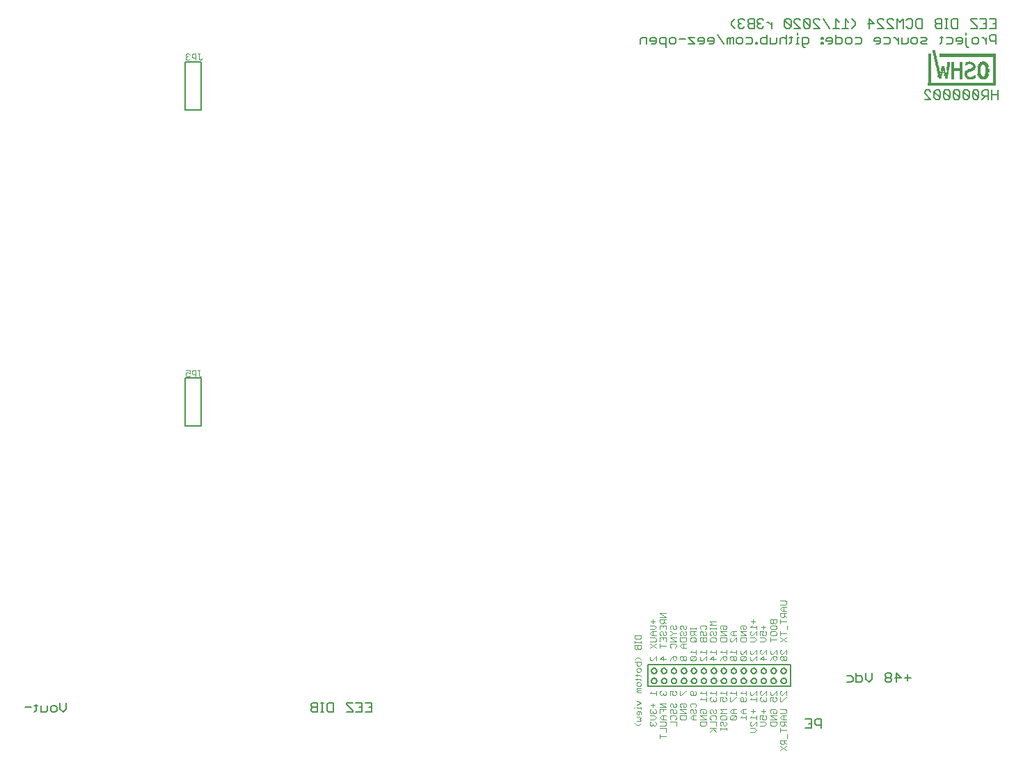
<source format=gbo>
G75*
%MOIN*%
%OFA0B0*%
%FSLAX25Y25*%
%IPPOS*%
%LPD*%
%AMOC8*
5,1,8,0,0,1.08239X$1,22.5*
%
%ADD10C,0.00500*%
%ADD11C,0.00300*%
%ADD12R,0.32700X0.00300*%
%ADD13R,0.01500X0.00300*%
%ADD14R,0.02700X0.00300*%
%ADD15R,0.03000X0.00300*%
%ADD16R,0.03600X0.00300*%
%ADD17R,0.04200X0.00300*%
%ADD18R,0.04800X0.00300*%
%ADD19R,0.04500X0.00300*%
%ADD20R,0.02100X0.00300*%
%ADD21R,0.01800X0.00300*%
%ADD22R,0.01200X0.00300*%
%ADD23R,0.00600X0.00300*%
%ADD24R,0.00900X0.00300*%
%ADD25R,0.02400X0.00300*%
%ADD26R,0.03300X0.00300*%
%ADD27R,0.05400X0.00300*%
%ADD28R,0.03900X0.00300*%
%ADD29R,0.27000X0.00300*%
%ADD30C,0.00600*%
D10*
X0316824Y0060285D02*
X0319826Y0060285D01*
X0321394Y0061036D02*
X0322896Y0061036D01*
X0322145Y0061787D02*
X0322145Y0058784D01*
X0321394Y0058033D01*
X0324497Y0058033D02*
X0324497Y0061036D01*
X0327499Y0061036D02*
X0327499Y0058784D01*
X0326749Y0058033D01*
X0324497Y0058033D01*
X0329101Y0058784D02*
X0329101Y0060285D01*
X0329852Y0061036D01*
X0331353Y0061036D01*
X0332103Y0060285D01*
X0332103Y0058784D01*
X0331353Y0058033D01*
X0329852Y0058033D01*
X0329101Y0058784D01*
X0333705Y0059535D02*
X0333705Y0062537D01*
X0333705Y0059535D02*
X0335206Y0058033D01*
X0336707Y0059535D01*
X0336707Y0062537D01*
X0453866Y0061787D02*
X0453866Y0061036D01*
X0454617Y0060285D01*
X0456868Y0060285D01*
X0454617Y0060285D02*
X0453866Y0059535D01*
X0453866Y0058784D01*
X0454617Y0058033D01*
X0456868Y0058033D01*
X0456868Y0062537D01*
X0454617Y0062537D01*
X0453866Y0061787D01*
X0458436Y0062537D02*
X0459938Y0062537D01*
X0459187Y0062537D02*
X0459187Y0058033D01*
X0459938Y0058033D02*
X0458436Y0058033D01*
X0461539Y0058784D02*
X0461539Y0061787D01*
X0462290Y0062537D01*
X0464542Y0062537D01*
X0464542Y0058033D01*
X0462290Y0058033D01*
X0461539Y0058784D01*
X0470747Y0058033D02*
X0473749Y0058033D01*
X0473749Y0058784D01*
X0470747Y0061787D01*
X0470747Y0062537D01*
X0473749Y0062537D01*
X0475351Y0062537D02*
X0478353Y0062537D01*
X0478353Y0058033D01*
X0475351Y0058033D01*
X0476852Y0060285D02*
X0478353Y0060285D01*
X0479955Y0058033D02*
X0482957Y0058033D01*
X0482957Y0062537D01*
X0479955Y0062537D01*
X0481456Y0060285D02*
X0482957Y0060285D01*
X0615207Y0070283D02*
X0615207Y0080783D01*
X0683457Y0080783D01*
X0683457Y0070283D01*
X0615207Y0070283D01*
X0616957Y0073033D02*
X0616959Y0073103D01*
X0616965Y0073173D01*
X0616975Y0073242D01*
X0616988Y0073311D01*
X0617006Y0073379D01*
X0617027Y0073446D01*
X0617052Y0073511D01*
X0617081Y0073575D01*
X0617113Y0073638D01*
X0617149Y0073698D01*
X0617188Y0073756D01*
X0617230Y0073812D01*
X0617275Y0073866D01*
X0617323Y0073917D01*
X0617374Y0073965D01*
X0617428Y0074010D01*
X0617484Y0074052D01*
X0617542Y0074091D01*
X0617602Y0074127D01*
X0617665Y0074159D01*
X0617729Y0074188D01*
X0617794Y0074213D01*
X0617861Y0074234D01*
X0617929Y0074252D01*
X0617998Y0074265D01*
X0618067Y0074275D01*
X0618137Y0074281D01*
X0618207Y0074283D01*
X0618277Y0074281D01*
X0618347Y0074275D01*
X0618416Y0074265D01*
X0618485Y0074252D01*
X0618553Y0074234D01*
X0618620Y0074213D01*
X0618685Y0074188D01*
X0618749Y0074159D01*
X0618812Y0074127D01*
X0618872Y0074091D01*
X0618930Y0074052D01*
X0618986Y0074010D01*
X0619040Y0073965D01*
X0619091Y0073917D01*
X0619139Y0073866D01*
X0619184Y0073812D01*
X0619226Y0073756D01*
X0619265Y0073698D01*
X0619301Y0073638D01*
X0619333Y0073575D01*
X0619362Y0073511D01*
X0619387Y0073446D01*
X0619408Y0073379D01*
X0619426Y0073311D01*
X0619439Y0073242D01*
X0619449Y0073173D01*
X0619455Y0073103D01*
X0619457Y0073033D01*
X0619455Y0072963D01*
X0619449Y0072893D01*
X0619439Y0072824D01*
X0619426Y0072755D01*
X0619408Y0072687D01*
X0619387Y0072620D01*
X0619362Y0072555D01*
X0619333Y0072491D01*
X0619301Y0072428D01*
X0619265Y0072368D01*
X0619226Y0072310D01*
X0619184Y0072254D01*
X0619139Y0072200D01*
X0619091Y0072149D01*
X0619040Y0072101D01*
X0618986Y0072056D01*
X0618930Y0072014D01*
X0618872Y0071975D01*
X0618812Y0071939D01*
X0618749Y0071907D01*
X0618685Y0071878D01*
X0618620Y0071853D01*
X0618553Y0071832D01*
X0618485Y0071814D01*
X0618416Y0071801D01*
X0618347Y0071791D01*
X0618277Y0071785D01*
X0618207Y0071783D01*
X0618137Y0071785D01*
X0618067Y0071791D01*
X0617998Y0071801D01*
X0617929Y0071814D01*
X0617861Y0071832D01*
X0617794Y0071853D01*
X0617729Y0071878D01*
X0617665Y0071907D01*
X0617602Y0071939D01*
X0617542Y0071975D01*
X0617484Y0072014D01*
X0617428Y0072056D01*
X0617374Y0072101D01*
X0617323Y0072149D01*
X0617275Y0072200D01*
X0617230Y0072254D01*
X0617188Y0072310D01*
X0617149Y0072368D01*
X0617113Y0072428D01*
X0617081Y0072491D01*
X0617052Y0072555D01*
X0617027Y0072620D01*
X0617006Y0072687D01*
X0616988Y0072755D01*
X0616975Y0072824D01*
X0616965Y0072893D01*
X0616959Y0072963D01*
X0616957Y0073033D01*
X0616957Y0077808D02*
X0616959Y0077878D01*
X0616965Y0077948D01*
X0616975Y0078017D01*
X0616988Y0078086D01*
X0617006Y0078154D01*
X0617027Y0078221D01*
X0617052Y0078286D01*
X0617081Y0078350D01*
X0617113Y0078413D01*
X0617149Y0078473D01*
X0617188Y0078531D01*
X0617230Y0078587D01*
X0617275Y0078641D01*
X0617323Y0078692D01*
X0617374Y0078740D01*
X0617428Y0078785D01*
X0617484Y0078827D01*
X0617542Y0078866D01*
X0617602Y0078902D01*
X0617665Y0078934D01*
X0617729Y0078963D01*
X0617794Y0078988D01*
X0617861Y0079009D01*
X0617929Y0079027D01*
X0617998Y0079040D01*
X0618067Y0079050D01*
X0618137Y0079056D01*
X0618207Y0079058D01*
X0618277Y0079056D01*
X0618347Y0079050D01*
X0618416Y0079040D01*
X0618485Y0079027D01*
X0618553Y0079009D01*
X0618620Y0078988D01*
X0618685Y0078963D01*
X0618749Y0078934D01*
X0618812Y0078902D01*
X0618872Y0078866D01*
X0618930Y0078827D01*
X0618986Y0078785D01*
X0619040Y0078740D01*
X0619091Y0078692D01*
X0619139Y0078641D01*
X0619184Y0078587D01*
X0619226Y0078531D01*
X0619265Y0078473D01*
X0619301Y0078413D01*
X0619333Y0078350D01*
X0619362Y0078286D01*
X0619387Y0078221D01*
X0619408Y0078154D01*
X0619426Y0078086D01*
X0619439Y0078017D01*
X0619449Y0077948D01*
X0619455Y0077878D01*
X0619457Y0077808D01*
X0619455Y0077738D01*
X0619449Y0077668D01*
X0619439Y0077599D01*
X0619426Y0077530D01*
X0619408Y0077462D01*
X0619387Y0077395D01*
X0619362Y0077330D01*
X0619333Y0077266D01*
X0619301Y0077203D01*
X0619265Y0077143D01*
X0619226Y0077085D01*
X0619184Y0077029D01*
X0619139Y0076975D01*
X0619091Y0076924D01*
X0619040Y0076876D01*
X0618986Y0076831D01*
X0618930Y0076789D01*
X0618872Y0076750D01*
X0618812Y0076714D01*
X0618749Y0076682D01*
X0618685Y0076653D01*
X0618620Y0076628D01*
X0618553Y0076607D01*
X0618485Y0076589D01*
X0618416Y0076576D01*
X0618347Y0076566D01*
X0618277Y0076560D01*
X0618207Y0076558D01*
X0618137Y0076560D01*
X0618067Y0076566D01*
X0617998Y0076576D01*
X0617929Y0076589D01*
X0617861Y0076607D01*
X0617794Y0076628D01*
X0617729Y0076653D01*
X0617665Y0076682D01*
X0617602Y0076714D01*
X0617542Y0076750D01*
X0617484Y0076789D01*
X0617428Y0076831D01*
X0617374Y0076876D01*
X0617323Y0076924D01*
X0617275Y0076975D01*
X0617230Y0077029D01*
X0617188Y0077085D01*
X0617149Y0077143D01*
X0617113Y0077203D01*
X0617081Y0077266D01*
X0617052Y0077330D01*
X0617027Y0077395D01*
X0617006Y0077462D01*
X0616988Y0077530D01*
X0616975Y0077599D01*
X0616965Y0077668D01*
X0616959Y0077738D01*
X0616957Y0077808D01*
X0621732Y0077808D02*
X0621734Y0077878D01*
X0621740Y0077948D01*
X0621750Y0078017D01*
X0621763Y0078086D01*
X0621781Y0078154D01*
X0621802Y0078221D01*
X0621827Y0078286D01*
X0621856Y0078350D01*
X0621888Y0078413D01*
X0621924Y0078473D01*
X0621963Y0078531D01*
X0622005Y0078587D01*
X0622050Y0078641D01*
X0622098Y0078692D01*
X0622149Y0078740D01*
X0622203Y0078785D01*
X0622259Y0078827D01*
X0622317Y0078866D01*
X0622377Y0078902D01*
X0622440Y0078934D01*
X0622504Y0078963D01*
X0622569Y0078988D01*
X0622636Y0079009D01*
X0622704Y0079027D01*
X0622773Y0079040D01*
X0622842Y0079050D01*
X0622912Y0079056D01*
X0622982Y0079058D01*
X0623052Y0079056D01*
X0623122Y0079050D01*
X0623191Y0079040D01*
X0623260Y0079027D01*
X0623328Y0079009D01*
X0623395Y0078988D01*
X0623460Y0078963D01*
X0623524Y0078934D01*
X0623587Y0078902D01*
X0623647Y0078866D01*
X0623705Y0078827D01*
X0623761Y0078785D01*
X0623815Y0078740D01*
X0623866Y0078692D01*
X0623914Y0078641D01*
X0623959Y0078587D01*
X0624001Y0078531D01*
X0624040Y0078473D01*
X0624076Y0078413D01*
X0624108Y0078350D01*
X0624137Y0078286D01*
X0624162Y0078221D01*
X0624183Y0078154D01*
X0624201Y0078086D01*
X0624214Y0078017D01*
X0624224Y0077948D01*
X0624230Y0077878D01*
X0624232Y0077808D01*
X0624230Y0077738D01*
X0624224Y0077668D01*
X0624214Y0077599D01*
X0624201Y0077530D01*
X0624183Y0077462D01*
X0624162Y0077395D01*
X0624137Y0077330D01*
X0624108Y0077266D01*
X0624076Y0077203D01*
X0624040Y0077143D01*
X0624001Y0077085D01*
X0623959Y0077029D01*
X0623914Y0076975D01*
X0623866Y0076924D01*
X0623815Y0076876D01*
X0623761Y0076831D01*
X0623705Y0076789D01*
X0623647Y0076750D01*
X0623587Y0076714D01*
X0623524Y0076682D01*
X0623460Y0076653D01*
X0623395Y0076628D01*
X0623328Y0076607D01*
X0623260Y0076589D01*
X0623191Y0076576D01*
X0623122Y0076566D01*
X0623052Y0076560D01*
X0622982Y0076558D01*
X0622912Y0076560D01*
X0622842Y0076566D01*
X0622773Y0076576D01*
X0622704Y0076589D01*
X0622636Y0076607D01*
X0622569Y0076628D01*
X0622504Y0076653D01*
X0622440Y0076682D01*
X0622377Y0076714D01*
X0622317Y0076750D01*
X0622259Y0076789D01*
X0622203Y0076831D01*
X0622149Y0076876D01*
X0622098Y0076924D01*
X0622050Y0076975D01*
X0622005Y0077029D01*
X0621963Y0077085D01*
X0621924Y0077143D01*
X0621888Y0077203D01*
X0621856Y0077266D01*
X0621827Y0077330D01*
X0621802Y0077395D01*
X0621781Y0077462D01*
X0621763Y0077530D01*
X0621750Y0077599D01*
X0621740Y0077668D01*
X0621734Y0077738D01*
X0621732Y0077808D01*
X0621732Y0073033D02*
X0621734Y0073103D01*
X0621740Y0073173D01*
X0621750Y0073242D01*
X0621763Y0073311D01*
X0621781Y0073379D01*
X0621802Y0073446D01*
X0621827Y0073511D01*
X0621856Y0073575D01*
X0621888Y0073638D01*
X0621924Y0073698D01*
X0621963Y0073756D01*
X0622005Y0073812D01*
X0622050Y0073866D01*
X0622098Y0073917D01*
X0622149Y0073965D01*
X0622203Y0074010D01*
X0622259Y0074052D01*
X0622317Y0074091D01*
X0622377Y0074127D01*
X0622440Y0074159D01*
X0622504Y0074188D01*
X0622569Y0074213D01*
X0622636Y0074234D01*
X0622704Y0074252D01*
X0622773Y0074265D01*
X0622842Y0074275D01*
X0622912Y0074281D01*
X0622982Y0074283D01*
X0623052Y0074281D01*
X0623122Y0074275D01*
X0623191Y0074265D01*
X0623260Y0074252D01*
X0623328Y0074234D01*
X0623395Y0074213D01*
X0623460Y0074188D01*
X0623524Y0074159D01*
X0623587Y0074127D01*
X0623647Y0074091D01*
X0623705Y0074052D01*
X0623761Y0074010D01*
X0623815Y0073965D01*
X0623866Y0073917D01*
X0623914Y0073866D01*
X0623959Y0073812D01*
X0624001Y0073756D01*
X0624040Y0073698D01*
X0624076Y0073638D01*
X0624108Y0073575D01*
X0624137Y0073511D01*
X0624162Y0073446D01*
X0624183Y0073379D01*
X0624201Y0073311D01*
X0624214Y0073242D01*
X0624224Y0073173D01*
X0624230Y0073103D01*
X0624232Y0073033D01*
X0624230Y0072963D01*
X0624224Y0072893D01*
X0624214Y0072824D01*
X0624201Y0072755D01*
X0624183Y0072687D01*
X0624162Y0072620D01*
X0624137Y0072555D01*
X0624108Y0072491D01*
X0624076Y0072428D01*
X0624040Y0072368D01*
X0624001Y0072310D01*
X0623959Y0072254D01*
X0623914Y0072200D01*
X0623866Y0072149D01*
X0623815Y0072101D01*
X0623761Y0072056D01*
X0623705Y0072014D01*
X0623647Y0071975D01*
X0623587Y0071939D01*
X0623524Y0071907D01*
X0623460Y0071878D01*
X0623395Y0071853D01*
X0623328Y0071832D01*
X0623260Y0071814D01*
X0623191Y0071801D01*
X0623122Y0071791D01*
X0623052Y0071785D01*
X0622982Y0071783D01*
X0622912Y0071785D01*
X0622842Y0071791D01*
X0622773Y0071801D01*
X0622704Y0071814D01*
X0622636Y0071832D01*
X0622569Y0071853D01*
X0622504Y0071878D01*
X0622440Y0071907D01*
X0622377Y0071939D01*
X0622317Y0071975D01*
X0622259Y0072014D01*
X0622203Y0072056D01*
X0622149Y0072101D01*
X0622098Y0072149D01*
X0622050Y0072200D01*
X0622005Y0072254D01*
X0621963Y0072310D01*
X0621924Y0072368D01*
X0621888Y0072428D01*
X0621856Y0072491D01*
X0621827Y0072555D01*
X0621802Y0072620D01*
X0621781Y0072687D01*
X0621763Y0072755D01*
X0621750Y0072824D01*
X0621740Y0072893D01*
X0621734Y0072963D01*
X0621732Y0073033D01*
X0626507Y0073033D02*
X0626509Y0073103D01*
X0626515Y0073173D01*
X0626525Y0073242D01*
X0626538Y0073311D01*
X0626556Y0073379D01*
X0626577Y0073446D01*
X0626602Y0073511D01*
X0626631Y0073575D01*
X0626663Y0073638D01*
X0626699Y0073698D01*
X0626738Y0073756D01*
X0626780Y0073812D01*
X0626825Y0073866D01*
X0626873Y0073917D01*
X0626924Y0073965D01*
X0626978Y0074010D01*
X0627034Y0074052D01*
X0627092Y0074091D01*
X0627152Y0074127D01*
X0627215Y0074159D01*
X0627279Y0074188D01*
X0627344Y0074213D01*
X0627411Y0074234D01*
X0627479Y0074252D01*
X0627548Y0074265D01*
X0627617Y0074275D01*
X0627687Y0074281D01*
X0627757Y0074283D01*
X0627827Y0074281D01*
X0627897Y0074275D01*
X0627966Y0074265D01*
X0628035Y0074252D01*
X0628103Y0074234D01*
X0628170Y0074213D01*
X0628235Y0074188D01*
X0628299Y0074159D01*
X0628362Y0074127D01*
X0628422Y0074091D01*
X0628480Y0074052D01*
X0628536Y0074010D01*
X0628590Y0073965D01*
X0628641Y0073917D01*
X0628689Y0073866D01*
X0628734Y0073812D01*
X0628776Y0073756D01*
X0628815Y0073698D01*
X0628851Y0073638D01*
X0628883Y0073575D01*
X0628912Y0073511D01*
X0628937Y0073446D01*
X0628958Y0073379D01*
X0628976Y0073311D01*
X0628989Y0073242D01*
X0628999Y0073173D01*
X0629005Y0073103D01*
X0629007Y0073033D01*
X0629005Y0072963D01*
X0628999Y0072893D01*
X0628989Y0072824D01*
X0628976Y0072755D01*
X0628958Y0072687D01*
X0628937Y0072620D01*
X0628912Y0072555D01*
X0628883Y0072491D01*
X0628851Y0072428D01*
X0628815Y0072368D01*
X0628776Y0072310D01*
X0628734Y0072254D01*
X0628689Y0072200D01*
X0628641Y0072149D01*
X0628590Y0072101D01*
X0628536Y0072056D01*
X0628480Y0072014D01*
X0628422Y0071975D01*
X0628362Y0071939D01*
X0628299Y0071907D01*
X0628235Y0071878D01*
X0628170Y0071853D01*
X0628103Y0071832D01*
X0628035Y0071814D01*
X0627966Y0071801D01*
X0627897Y0071791D01*
X0627827Y0071785D01*
X0627757Y0071783D01*
X0627687Y0071785D01*
X0627617Y0071791D01*
X0627548Y0071801D01*
X0627479Y0071814D01*
X0627411Y0071832D01*
X0627344Y0071853D01*
X0627279Y0071878D01*
X0627215Y0071907D01*
X0627152Y0071939D01*
X0627092Y0071975D01*
X0627034Y0072014D01*
X0626978Y0072056D01*
X0626924Y0072101D01*
X0626873Y0072149D01*
X0626825Y0072200D01*
X0626780Y0072254D01*
X0626738Y0072310D01*
X0626699Y0072368D01*
X0626663Y0072428D01*
X0626631Y0072491D01*
X0626602Y0072555D01*
X0626577Y0072620D01*
X0626556Y0072687D01*
X0626538Y0072755D01*
X0626525Y0072824D01*
X0626515Y0072893D01*
X0626509Y0072963D01*
X0626507Y0073033D01*
X0626507Y0077808D02*
X0626509Y0077878D01*
X0626515Y0077948D01*
X0626525Y0078017D01*
X0626538Y0078086D01*
X0626556Y0078154D01*
X0626577Y0078221D01*
X0626602Y0078286D01*
X0626631Y0078350D01*
X0626663Y0078413D01*
X0626699Y0078473D01*
X0626738Y0078531D01*
X0626780Y0078587D01*
X0626825Y0078641D01*
X0626873Y0078692D01*
X0626924Y0078740D01*
X0626978Y0078785D01*
X0627034Y0078827D01*
X0627092Y0078866D01*
X0627152Y0078902D01*
X0627215Y0078934D01*
X0627279Y0078963D01*
X0627344Y0078988D01*
X0627411Y0079009D01*
X0627479Y0079027D01*
X0627548Y0079040D01*
X0627617Y0079050D01*
X0627687Y0079056D01*
X0627757Y0079058D01*
X0627827Y0079056D01*
X0627897Y0079050D01*
X0627966Y0079040D01*
X0628035Y0079027D01*
X0628103Y0079009D01*
X0628170Y0078988D01*
X0628235Y0078963D01*
X0628299Y0078934D01*
X0628362Y0078902D01*
X0628422Y0078866D01*
X0628480Y0078827D01*
X0628536Y0078785D01*
X0628590Y0078740D01*
X0628641Y0078692D01*
X0628689Y0078641D01*
X0628734Y0078587D01*
X0628776Y0078531D01*
X0628815Y0078473D01*
X0628851Y0078413D01*
X0628883Y0078350D01*
X0628912Y0078286D01*
X0628937Y0078221D01*
X0628958Y0078154D01*
X0628976Y0078086D01*
X0628989Y0078017D01*
X0628999Y0077948D01*
X0629005Y0077878D01*
X0629007Y0077808D01*
X0629005Y0077738D01*
X0628999Y0077668D01*
X0628989Y0077599D01*
X0628976Y0077530D01*
X0628958Y0077462D01*
X0628937Y0077395D01*
X0628912Y0077330D01*
X0628883Y0077266D01*
X0628851Y0077203D01*
X0628815Y0077143D01*
X0628776Y0077085D01*
X0628734Y0077029D01*
X0628689Y0076975D01*
X0628641Y0076924D01*
X0628590Y0076876D01*
X0628536Y0076831D01*
X0628480Y0076789D01*
X0628422Y0076750D01*
X0628362Y0076714D01*
X0628299Y0076682D01*
X0628235Y0076653D01*
X0628170Y0076628D01*
X0628103Y0076607D01*
X0628035Y0076589D01*
X0627966Y0076576D01*
X0627897Y0076566D01*
X0627827Y0076560D01*
X0627757Y0076558D01*
X0627687Y0076560D01*
X0627617Y0076566D01*
X0627548Y0076576D01*
X0627479Y0076589D01*
X0627411Y0076607D01*
X0627344Y0076628D01*
X0627279Y0076653D01*
X0627215Y0076682D01*
X0627152Y0076714D01*
X0627092Y0076750D01*
X0627034Y0076789D01*
X0626978Y0076831D01*
X0626924Y0076876D01*
X0626873Y0076924D01*
X0626825Y0076975D01*
X0626780Y0077029D01*
X0626738Y0077085D01*
X0626699Y0077143D01*
X0626663Y0077203D01*
X0626631Y0077266D01*
X0626602Y0077330D01*
X0626577Y0077395D01*
X0626556Y0077462D01*
X0626538Y0077530D01*
X0626525Y0077599D01*
X0626515Y0077668D01*
X0626509Y0077738D01*
X0626507Y0077808D01*
X0631282Y0077808D02*
X0631284Y0077878D01*
X0631290Y0077948D01*
X0631300Y0078017D01*
X0631313Y0078086D01*
X0631331Y0078154D01*
X0631352Y0078221D01*
X0631377Y0078286D01*
X0631406Y0078350D01*
X0631438Y0078413D01*
X0631474Y0078473D01*
X0631513Y0078531D01*
X0631555Y0078587D01*
X0631600Y0078641D01*
X0631648Y0078692D01*
X0631699Y0078740D01*
X0631753Y0078785D01*
X0631809Y0078827D01*
X0631867Y0078866D01*
X0631927Y0078902D01*
X0631990Y0078934D01*
X0632054Y0078963D01*
X0632119Y0078988D01*
X0632186Y0079009D01*
X0632254Y0079027D01*
X0632323Y0079040D01*
X0632392Y0079050D01*
X0632462Y0079056D01*
X0632532Y0079058D01*
X0632602Y0079056D01*
X0632672Y0079050D01*
X0632741Y0079040D01*
X0632810Y0079027D01*
X0632878Y0079009D01*
X0632945Y0078988D01*
X0633010Y0078963D01*
X0633074Y0078934D01*
X0633137Y0078902D01*
X0633197Y0078866D01*
X0633255Y0078827D01*
X0633311Y0078785D01*
X0633365Y0078740D01*
X0633416Y0078692D01*
X0633464Y0078641D01*
X0633509Y0078587D01*
X0633551Y0078531D01*
X0633590Y0078473D01*
X0633626Y0078413D01*
X0633658Y0078350D01*
X0633687Y0078286D01*
X0633712Y0078221D01*
X0633733Y0078154D01*
X0633751Y0078086D01*
X0633764Y0078017D01*
X0633774Y0077948D01*
X0633780Y0077878D01*
X0633782Y0077808D01*
X0633780Y0077738D01*
X0633774Y0077668D01*
X0633764Y0077599D01*
X0633751Y0077530D01*
X0633733Y0077462D01*
X0633712Y0077395D01*
X0633687Y0077330D01*
X0633658Y0077266D01*
X0633626Y0077203D01*
X0633590Y0077143D01*
X0633551Y0077085D01*
X0633509Y0077029D01*
X0633464Y0076975D01*
X0633416Y0076924D01*
X0633365Y0076876D01*
X0633311Y0076831D01*
X0633255Y0076789D01*
X0633197Y0076750D01*
X0633137Y0076714D01*
X0633074Y0076682D01*
X0633010Y0076653D01*
X0632945Y0076628D01*
X0632878Y0076607D01*
X0632810Y0076589D01*
X0632741Y0076576D01*
X0632672Y0076566D01*
X0632602Y0076560D01*
X0632532Y0076558D01*
X0632462Y0076560D01*
X0632392Y0076566D01*
X0632323Y0076576D01*
X0632254Y0076589D01*
X0632186Y0076607D01*
X0632119Y0076628D01*
X0632054Y0076653D01*
X0631990Y0076682D01*
X0631927Y0076714D01*
X0631867Y0076750D01*
X0631809Y0076789D01*
X0631753Y0076831D01*
X0631699Y0076876D01*
X0631648Y0076924D01*
X0631600Y0076975D01*
X0631555Y0077029D01*
X0631513Y0077085D01*
X0631474Y0077143D01*
X0631438Y0077203D01*
X0631406Y0077266D01*
X0631377Y0077330D01*
X0631352Y0077395D01*
X0631331Y0077462D01*
X0631313Y0077530D01*
X0631300Y0077599D01*
X0631290Y0077668D01*
X0631284Y0077738D01*
X0631282Y0077808D01*
X0631282Y0073033D02*
X0631284Y0073103D01*
X0631290Y0073173D01*
X0631300Y0073242D01*
X0631313Y0073311D01*
X0631331Y0073379D01*
X0631352Y0073446D01*
X0631377Y0073511D01*
X0631406Y0073575D01*
X0631438Y0073638D01*
X0631474Y0073698D01*
X0631513Y0073756D01*
X0631555Y0073812D01*
X0631600Y0073866D01*
X0631648Y0073917D01*
X0631699Y0073965D01*
X0631753Y0074010D01*
X0631809Y0074052D01*
X0631867Y0074091D01*
X0631927Y0074127D01*
X0631990Y0074159D01*
X0632054Y0074188D01*
X0632119Y0074213D01*
X0632186Y0074234D01*
X0632254Y0074252D01*
X0632323Y0074265D01*
X0632392Y0074275D01*
X0632462Y0074281D01*
X0632532Y0074283D01*
X0632602Y0074281D01*
X0632672Y0074275D01*
X0632741Y0074265D01*
X0632810Y0074252D01*
X0632878Y0074234D01*
X0632945Y0074213D01*
X0633010Y0074188D01*
X0633074Y0074159D01*
X0633137Y0074127D01*
X0633197Y0074091D01*
X0633255Y0074052D01*
X0633311Y0074010D01*
X0633365Y0073965D01*
X0633416Y0073917D01*
X0633464Y0073866D01*
X0633509Y0073812D01*
X0633551Y0073756D01*
X0633590Y0073698D01*
X0633626Y0073638D01*
X0633658Y0073575D01*
X0633687Y0073511D01*
X0633712Y0073446D01*
X0633733Y0073379D01*
X0633751Y0073311D01*
X0633764Y0073242D01*
X0633774Y0073173D01*
X0633780Y0073103D01*
X0633782Y0073033D01*
X0633780Y0072963D01*
X0633774Y0072893D01*
X0633764Y0072824D01*
X0633751Y0072755D01*
X0633733Y0072687D01*
X0633712Y0072620D01*
X0633687Y0072555D01*
X0633658Y0072491D01*
X0633626Y0072428D01*
X0633590Y0072368D01*
X0633551Y0072310D01*
X0633509Y0072254D01*
X0633464Y0072200D01*
X0633416Y0072149D01*
X0633365Y0072101D01*
X0633311Y0072056D01*
X0633255Y0072014D01*
X0633197Y0071975D01*
X0633137Y0071939D01*
X0633074Y0071907D01*
X0633010Y0071878D01*
X0632945Y0071853D01*
X0632878Y0071832D01*
X0632810Y0071814D01*
X0632741Y0071801D01*
X0632672Y0071791D01*
X0632602Y0071785D01*
X0632532Y0071783D01*
X0632462Y0071785D01*
X0632392Y0071791D01*
X0632323Y0071801D01*
X0632254Y0071814D01*
X0632186Y0071832D01*
X0632119Y0071853D01*
X0632054Y0071878D01*
X0631990Y0071907D01*
X0631927Y0071939D01*
X0631867Y0071975D01*
X0631809Y0072014D01*
X0631753Y0072056D01*
X0631699Y0072101D01*
X0631648Y0072149D01*
X0631600Y0072200D01*
X0631555Y0072254D01*
X0631513Y0072310D01*
X0631474Y0072368D01*
X0631438Y0072428D01*
X0631406Y0072491D01*
X0631377Y0072555D01*
X0631352Y0072620D01*
X0631331Y0072687D01*
X0631313Y0072755D01*
X0631300Y0072824D01*
X0631290Y0072893D01*
X0631284Y0072963D01*
X0631282Y0073033D01*
X0636057Y0073033D02*
X0636059Y0073103D01*
X0636065Y0073173D01*
X0636075Y0073242D01*
X0636088Y0073311D01*
X0636106Y0073379D01*
X0636127Y0073446D01*
X0636152Y0073511D01*
X0636181Y0073575D01*
X0636213Y0073638D01*
X0636249Y0073698D01*
X0636288Y0073756D01*
X0636330Y0073812D01*
X0636375Y0073866D01*
X0636423Y0073917D01*
X0636474Y0073965D01*
X0636528Y0074010D01*
X0636584Y0074052D01*
X0636642Y0074091D01*
X0636702Y0074127D01*
X0636765Y0074159D01*
X0636829Y0074188D01*
X0636894Y0074213D01*
X0636961Y0074234D01*
X0637029Y0074252D01*
X0637098Y0074265D01*
X0637167Y0074275D01*
X0637237Y0074281D01*
X0637307Y0074283D01*
X0637377Y0074281D01*
X0637447Y0074275D01*
X0637516Y0074265D01*
X0637585Y0074252D01*
X0637653Y0074234D01*
X0637720Y0074213D01*
X0637785Y0074188D01*
X0637849Y0074159D01*
X0637912Y0074127D01*
X0637972Y0074091D01*
X0638030Y0074052D01*
X0638086Y0074010D01*
X0638140Y0073965D01*
X0638191Y0073917D01*
X0638239Y0073866D01*
X0638284Y0073812D01*
X0638326Y0073756D01*
X0638365Y0073698D01*
X0638401Y0073638D01*
X0638433Y0073575D01*
X0638462Y0073511D01*
X0638487Y0073446D01*
X0638508Y0073379D01*
X0638526Y0073311D01*
X0638539Y0073242D01*
X0638549Y0073173D01*
X0638555Y0073103D01*
X0638557Y0073033D01*
X0638555Y0072963D01*
X0638549Y0072893D01*
X0638539Y0072824D01*
X0638526Y0072755D01*
X0638508Y0072687D01*
X0638487Y0072620D01*
X0638462Y0072555D01*
X0638433Y0072491D01*
X0638401Y0072428D01*
X0638365Y0072368D01*
X0638326Y0072310D01*
X0638284Y0072254D01*
X0638239Y0072200D01*
X0638191Y0072149D01*
X0638140Y0072101D01*
X0638086Y0072056D01*
X0638030Y0072014D01*
X0637972Y0071975D01*
X0637912Y0071939D01*
X0637849Y0071907D01*
X0637785Y0071878D01*
X0637720Y0071853D01*
X0637653Y0071832D01*
X0637585Y0071814D01*
X0637516Y0071801D01*
X0637447Y0071791D01*
X0637377Y0071785D01*
X0637307Y0071783D01*
X0637237Y0071785D01*
X0637167Y0071791D01*
X0637098Y0071801D01*
X0637029Y0071814D01*
X0636961Y0071832D01*
X0636894Y0071853D01*
X0636829Y0071878D01*
X0636765Y0071907D01*
X0636702Y0071939D01*
X0636642Y0071975D01*
X0636584Y0072014D01*
X0636528Y0072056D01*
X0636474Y0072101D01*
X0636423Y0072149D01*
X0636375Y0072200D01*
X0636330Y0072254D01*
X0636288Y0072310D01*
X0636249Y0072368D01*
X0636213Y0072428D01*
X0636181Y0072491D01*
X0636152Y0072555D01*
X0636127Y0072620D01*
X0636106Y0072687D01*
X0636088Y0072755D01*
X0636075Y0072824D01*
X0636065Y0072893D01*
X0636059Y0072963D01*
X0636057Y0073033D01*
X0636057Y0077808D02*
X0636059Y0077878D01*
X0636065Y0077948D01*
X0636075Y0078017D01*
X0636088Y0078086D01*
X0636106Y0078154D01*
X0636127Y0078221D01*
X0636152Y0078286D01*
X0636181Y0078350D01*
X0636213Y0078413D01*
X0636249Y0078473D01*
X0636288Y0078531D01*
X0636330Y0078587D01*
X0636375Y0078641D01*
X0636423Y0078692D01*
X0636474Y0078740D01*
X0636528Y0078785D01*
X0636584Y0078827D01*
X0636642Y0078866D01*
X0636702Y0078902D01*
X0636765Y0078934D01*
X0636829Y0078963D01*
X0636894Y0078988D01*
X0636961Y0079009D01*
X0637029Y0079027D01*
X0637098Y0079040D01*
X0637167Y0079050D01*
X0637237Y0079056D01*
X0637307Y0079058D01*
X0637377Y0079056D01*
X0637447Y0079050D01*
X0637516Y0079040D01*
X0637585Y0079027D01*
X0637653Y0079009D01*
X0637720Y0078988D01*
X0637785Y0078963D01*
X0637849Y0078934D01*
X0637912Y0078902D01*
X0637972Y0078866D01*
X0638030Y0078827D01*
X0638086Y0078785D01*
X0638140Y0078740D01*
X0638191Y0078692D01*
X0638239Y0078641D01*
X0638284Y0078587D01*
X0638326Y0078531D01*
X0638365Y0078473D01*
X0638401Y0078413D01*
X0638433Y0078350D01*
X0638462Y0078286D01*
X0638487Y0078221D01*
X0638508Y0078154D01*
X0638526Y0078086D01*
X0638539Y0078017D01*
X0638549Y0077948D01*
X0638555Y0077878D01*
X0638557Y0077808D01*
X0638555Y0077738D01*
X0638549Y0077668D01*
X0638539Y0077599D01*
X0638526Y0077530D01*
X0638508Y0077462D01*
X0638487Y0077395D01*
X0638462Y0077330D01*
X0638433Y0077266D01*
X0638401Y0077203D01*
X0638365Y0077143D01*
X0638326Y0077085D01*
X0638284Y0077029D01*
X0638239Y0076975D01*
X0638191Y0076924D01*
X0638140Y0076876D01*
X0638086Y0076831D01*
X0638030Y0076789D01*
X0637972Y0076750D01*
X0637912Y0076714D01*
X0637849Y0076682D01*
X0637785Y0076653D01*
X0637720Y0076628D01*
X0637653Y0076607D01*
X0637585Y0076589D01*
X0637516Y0076576D01*
X0637447Y0076566D01*
X0637377Y0076560D01*
X0637307Y0076558D01*
X0637237Y0076560D01*
X0637167Y0076566D01*
X0637098Y0076576D01*
X0637029Y0076589D01*
X0636961Y0076607D01*
X0636894Y0076628D01*
X0636829Y0076653D01*
X0636765Y0076682D01*
X0636702Y0076714D01*
X0636642Y0076750D01*
X0636584Y0076789D01*
X0636528Y0076831D01*
X0636474Y0076876D01*
X0636423Y0076924D01*
X0636375Y0076975D01*
X0636330Y0077029D01*
X0636288Y0077085D01*
X0636249Y0077143D01*
X0636213Y0077203D01*
X0636181Y0077266D01*
X0636152Y0077330D01*
X0636127Y0077395D01*
X0636106Y0077462D01*
X0636088Y0077530D01*
X0636075Y0077599D01*
X0636065Y0077668D01*
X0636059Y0077738D01*
X0636057Y0077808D01*
X0640832Y0077808D02*
X0640834Y0077878D01*
X0640840Y0077948D01*
X0640850Y0078017D01*
X0640863Y0078086D01*
X0640881Y0078154D01*
X0640902Y0078221D01*
X0640927Y0078286D01*
X0640956Y0078350D01*
X0640988Y0078413D01*
X0641024Y0078473D01*
X0641063Y0078531D01*
X0641105Y0078587D01*
X0641150Y0078641D01*
X0641198Y0078692D01*
X0641249Y0078740D01*
X0641303Y0078785D01*
X0641359Y0078827D01*
X0641417Y0078866D01*
X0641477Y0078902D01*
X0641540Y0078934D01*
X0641604Y0078963D01*
X0641669Y0078988D01*
X0641736Y0079009D01*
X0641804Y0079027D01*
X0641873Y0079040D01*
X0641942Y0079050D01*
X0642012Y0079056D01*
X0642082Y0079058D01*
X0642152Y0079056D01*
X0642222Y0079050D01*
X0642291Y0079040D01*
X0642360Y0079027D01*
X0642428Y0079009D01*
X0642495Y0078988D01*
X0642560Y0078963D01*
X0642624Y0078934D01*
X0642687Y0078902D01*
X0642747Y0078866D01*
X0642805Y0078827D01*
X0642861Y0078785D01*
X0642915Y0078740D01*
X0642966Y0078692D01*
X0643014Y0078641D01*
X0643059Y0078587D01*
X0643101Y0078531D01*
X0643140Y0078473D01*
X0643176Y0078413D01*
X0643208Y0078350D01*
X0643237Y0078286D01*
X0643262Y0078221D01*
X0643283Y0078154D01*
X0643301Y0078086D01*
X0643314Y0078017D01*
X0643324Y0077948D01*
X0643330Y0077878D01*
X0643332Y0077808D01*
X0643330Y0077738D01*
X0643324Y0077668D01*
X0643314Y0077599D01*
X0643301Y0077530D01*
X0643283Y0077462D01*
X0643262Y0077395D01*
X0643237Y0077330D01*
X0643208Y0077266D01*
X0643176Y0077203D01*
X0643140Y0077143D01*
X0643101Y0077085D01*
X0643059Y0077029D01*
X0643014Y0076975D01*
X0642966Y0076924D01*
X0642915Y0076876D01*
X0642861Y0076831D01*
X0642805Y0076789D01*
X0642747Y0076750D01*
X0642687Y0076714D01*
X0642624Y0076682D01*
X0642560Y0076653D01*
X0642495Y0076628D01*
X0642428Y0076607D01*
X0642360Y0076589D01*
X0642291Y0076576D01*
X0642222Y0076566D01*
X0642152Y0076560D01*
X0642082Y0076558D01*
X0642012Y0076560D01*
X0641942Y0076566D01*
X0641873Y0076576D01*
X0641804Y0076589D01*
X0641736Y0076607D01*
X0641669Y0076628D01*
X0641604Y0076653D01*
X0641540Y0076682D01*
X0641477Y0076714D01*
X0641417Y0076750D01*
X0641359Y0076789D01*
X0641303Y0076831D01*
X0641249Y0076876D01*
X0641198Y0076924D01*
X0641150Y0076975D01*
X0641105Y0077029D01*
X0641063Y0077085D01*
X0641024Y0077143D01*
X0640988Y0077203D01*
X0640956Y0077266D01*
X0640927Y0077330D01*
X0640902Y0077395D01*
X0640881Y0077462D01*
X0640863Y0077530D01*
X0640850Y0077599D01*
X0640840Y0077668D01*
X0640834Y0077738D01*
X0640832Y0077808D01*
X0640832Y0073033D02*
X0640834Y0073103D01*
X0640840Y0073173D01*
X0640850Y0073242D01*
X0640863Y0073311D01*
X0640881Y0073379D01*
X0640902Y0073446D01*
X0640927Y0073511D01*
X0640956Y0073575D01*
X0640988Y0073638D01*
X0641024Y0073698D01*
X0641063Y0073756D01*
X0641105Y0073812D01*
X0641150Y0073866D01*
X0641198Y0073917D01*
X0641249Y0073965D01*
X0641303Y0074010D01*
X0641359Y0074052D01*
X0641417Y0074091D01*
X0641477Y0074127D01*
X0641540Y0074159D01*
X0641604Y0074188D01*
X0641669Y0074213D01*
X0641736Y0074234D01*
X0641804Y0074252D01*
X0641873Y0074265D01*
X0641942Y0074275D01*
X0642012Y0074281D01*
X0642082Y0074283D01*
X0642152Y0074281D01*
X0642222Y0074275D01*
X0642291Y0074265D01*
X0642360Y0074252D01*
X0642428Y0074234D01*
X0642495Y0074213D01*
X0642560Y0074188D01*
X0642624Y0074159D01*
X0642687Y0074127D01*
X0642747Y0074091D01*
X0642805Y0074052D01*
X0642861Y0074010D01*
X0642915Y0073965D01*
X0642966Y0073917D01*
X0643014Y0073866D01*
X0643059Y0073812D01*
X0643101Y0073756D01*
X0643140Y0073698D01*
X0643176Y0073638D01*
X0643208Y0073575D01*
X0643237Y0073511D01*
X0643262Y0073446D01*
X0643283Y0073379D01*
X0643301Y0073311D01*
X0643314Y0073242D01*
X0643324Y0073173D01*
X0643330Y0073103D01*
X0643332Y0073033D01*
X0643330Y0072963D01*
X0643324Y0072893D01*
X0643314Y0072824D01*
X0643301Y0072755D01*
X0643283Y0072687D01*
X0643262Y0072620D01*
X0643237Y0072555D01*
X0643208Y0072491D01*
X0643176Y0072428D01*
X0643140Y0072368D01*
X0643101Y0072310D01*
X0643059Y0072254D01*
X0643014Y0072200D01*
X0642966Y0072149D01*
X0642915Y0072101D01*
X0642861Y0072056D01*
X0642805Y0072014D01*
X0642747Y0071975D01*
X0642687Y0071939D01*
X0642624Y0071907D01*
X0642560Y0071878D01*
X0642495Y0071853D01*
X0642428Y0071832D01*
X0642360Y0071814D01*
X0642291Y0071801D01*
X0642222Y0071791D01*
X0642152Y0071785D01*
X0642082Y0071783D01*
X0642012Y0071785D01*
X0641942Y0071791D01*
X0641873Y0071801D01*
X0641804Y0071814D01*
X0641736Y0071832D01*
X0641669Y0071853D01*
X0641604Y0071878D01*
X0641540Y0071907D01*
X0641477Y0071939D01*
X0641417Y0071975D01*
X0641359Y0072014D01*
X0641303Y0072056D01*
X0641249Y0072101D01*
X0641198Y0072149D01*
X0641150Y0072200D01*
X0641105Y0072254D01*
X0641063Y0072310D01*
X0641024Y0072368D01*
X0640988Y0072428D01*
X0640956Y0072491D01*
X0640927Y0072555D01*
X0640902Y0072620D01*
X0640881Y0072687D01*
X0640863Y0072755D01*
X0640850Y0072824D01*
X0640840Y0072893D01*
X0640834Y0072963D01*
X0640832Y0073033D01*
X0645607Y0073033D02*
X0645609Y0073103D01*
X0645615Y0073173D01*
X0645625Y0073242D01*
X0645638Y0073311D01*
X0645656Y0073379D01*
X0645677Y0073446D01*
X0645702Y0073511D01*
X0645731Y0073575D01*
X0645763Y0073638D01*
X0645799Y0073698D01*
X0645838Y0073756D01*
X0645880Y0073812D01*
X0645925Y0073866D01*
X0645973Y0073917D01*
X0646024Y0073965D01*
X0646078Y0074010D01*
X0646134Y0074052D01*
X0646192Y0074091D01*
X0646252Y0074127D01*
X0646315Y0074159D01*
X0646379Y0074188D01*
X0646444Y0074213D01*
X0646511Y0074234D01*
X0646579Y0074252D01*
X0646648Y0074265D01*
X0646717Y0074275D01*
X0646787Y0074281D01*
X0646857Y0074283D01*
X0646927Y0074281D01*
X0646997Y0074275D01*
X0647066Y0074265D01*
X0647135Y0074252D01*
X0647203Y0074234D01*
X0647270Y0074213D01*
X0647335Y0074188D01*
X0647399Y0074159D01*
X0647462Y0074127D01*
X0647522Y0074091D01*
X0647580Y0074052D01*
X0647636Y0074010D01*
X0647690Y0073965D01*
X0647741Y0073917D01*
X0647789Y0073866D01*
X0647834Y0073812D01*
X0647876Y0073756D01*
X0647915Y0073698D01*
X0647951Y0073638D01*
X0647983Y0073575D01*
X0648012Y0073511D01*
X0648037Y0073446D01*
X0648058Y0073379D01*
X0648076Y0073311D01*
X0648089Y0073242D01*
X0648099Y0073173D01*
X0648105Y0073103D01*
X0648107Y0073033D01*
X0648105Y0072963D01*
X0648099Y0072893D01*
X0648089Y0072824D01*
X0648076Y0072755D01*
X0648058Y0072687D01*
X0648037Y0072620D01*
X0648012Y0072555D01*
X0647983Y0072491D01*
X0647951Y0072428D01*
X0647915Y0072368D01*
X0647876Y0072310D01*
X0647834Y0072254D01*
X0647789Y0072200D01*
X0647741Y0072149D01*
X0647690Y0072101D01*
X0647636Y0072056D01*
X0647580Y0072014D01*
X0647522Y0071975D01*
X0647462Y0071939D01*
X0647399Y0071907D01*
X0647335Y0071878D01*
X0647270Y0071853D01*
X0647203Y0071832D01*
X0647135Y0071814D01*
X0647066Y0071801D01*
X0646997Y0071791D01*
X0646927Y0071785D01*
X0646857Y0071783D01*
X0646787Y0071785D01*
X0646717Y0071791D01*
X0646648Y0071801D01*
X0646579Y0071814D01*
X0646511Y0071832D01*
X0646444Y0071853D01*
X0646379Y0071878D01*
X0646315Y0071907D01*
X0646252Y0071939D01*
X0646192Y0071975D01*
X0646134Y0072014D01*
X0646078Y0072056D01*
X0646024Y0072101D01*
X0645973Y0072149D01*
X0645925Y0072200D01*
X0645880Y0072254D01*
X0645838Y0072310D01*
X0645799Y0072368D01*
X0645763Y0072428D01*
X0645731Y0072491D01*
X0645702Y0072555D01*
X0645677Y0072620D01*
X0645656Y0072687D01*
X0645638Y0072755D01*
X0645625Y0072824D01*
X0645615Y0072893D01*
X0645609Y0072963D01*
X0645607Y0073033D01*
X0645607Y0077808D02*
X0645609Y0077878D01*
X0645615Y0077948D01*
X0645625Y0078017D01*
X0645638Y0078086D01*
X0645656Y0078154D01*
X0645677Y0078221D01*
X0645702Y0078286D01*
X0645731Y0078350D01*
X0645763Y0078413D01*
X0645799Y0078473D01*
X0645838Y0078531D01*
X0645880Y0078587D01*
X0645925Y0078641D01*
X0645973Y0078692D01*
X0646024Y0078740D01*
X0646078Y0078785D01*
X0646134Y0078827D01*
X0646192Y0078866D01*
X0646252Y0078902D01*
X0646315Y0078934D01*
X0646379Y0078963D01*
X0646444Y0078988D01*
X0646511Y0079009D01*
X0646579Y0079027D01*
X0646648Y0079040D01*
X0646717Y0079050D01*
X0646787Y0079056D01*
X0646857Y0079058D01*
X0646927Y0079056D01*
X0646997Y0079050D01*
X0647066Y0079040D01*
X0647135Y0079027D01*
X0647203Y0079009D01*
X0647270Y0078988D01*
X0647335Y0078963D01*
X0647399Y0078934D01*
X0647462Y0078902D01*
X0647522Y0078866D01*
X0647580Y0078827D01*
X0647636Y0078785D01*
X0647690Y0078740D01*
X0647741Y0078692D01*
X0647789Y0078641D01*
X0647834Y0078587D01*
X0647876Y0078531D01*
X0647915Y0078473D01*
X0647951Y0078413D01*
X0647983Y0078350D01*
X0648012Y0078286D01*
X0648037Y0078221D01*
X0648058Y0078154D01*
X0648076Y0078086D01*
X0648089Y0078017D01*
X0648099Y0077948D01*
X0648105Y0077878D01*
X0648107Y0077808D01*
X0648105Y0077738D01*
X0648099Y0077668D01*
X0648089Y0077599D01*
X0648076Y0077530D01*
X0648058Y0077462D01*
X0648037Y0077395D01*
X0648012Y0077330D01*
X0647983Y0077266D01*
X0647951Y0077203D01*
X0647915Y0077143D01*
X0647876Y0077085D01*
X0647834Y0077029D01*
X0647789Y0076975D01*
X0647741Y0076924D01*
X0647690Y0076876D01*
X0647636Y0076831D01*
X0647580Y0076789D01*
X0647522Y0076750D01*
X0647462Y0076714D01*
X0647399Y0076682D01*
X0647335Y0076653D01*
X0647270Y0076628D01*
X0647203Y0076607D01*
X0647135Y0076589D01*
X0647066Y0076576D01*
X0646997Y0076566D01*
X0646927Y0076560D01*
X0646857Y0076558D01*
X0646787Y0076560D01*
X0646717Y0076566D01*
X0646648Y0076576D01*
X0646579Y0076589D01*
X0646511Y0076607D01*
X0646444Y0076628D01*
X0646379Y0076653D01*
X0646315Y0076682D01*
X0646252Y0076714D01*
X0646192Y0076750D01*
X0646134Y0076789D01*
X0646078Y0076831D01*
X0646024Y0076876D01*
X0645973Y0076924D01*
X0645925Y0076975D01*
X0645880Y0077029D01*
X0645838Y0077085D01*
X0645799Y0077143D01*
X0645763Y0077203D01*
X0645731Y0077266D01*
X0645702Y0077330D01*
X0645677Y0077395D01*
X0645656Y0077462D01*
X0645638Y0077530D01*
X0645625Y0077599D01*
X0645615Y0077668D01*
X0645609Y0077738D01*
X0645607Y0077808D01*
X0650382Y0077808D02*
X0650384Y0077878D01*
X0650390Y0077948D01*
X0650400Y0078017D01*
X0650413Y0078086D01*
X0650431Y0078154D01*
X0650452Y0078221D01*
X0650477Y0078286D01*
X0650506Y0078350D01*
X0650538Y0078413D01*
X0650574Y0078473D01*
X0650613Y0078531D01*
X0650655Y0078587D01*
X0650700Y0078641D01*
X0650748Y0078692D01*
X0650799Y0078740D01*
X0650853Y0078785D01*
X0650909Y0078827D01*
X0650967Y0078866D01*
X0651027Y0078902D01*
X0651090Y0078934D01*
X0651154Y0078963D01*
X0651219Y0078988D01*
X0651286Y0079009D01*
X0651354Y0079027D01*
X0651423Y0079040D01*
X0651492Y0079050D01*
X0651562Y0079056D01*
X0651632Y0079058D01*
X0651702Y0079056D01*
X0651772Y0079050D01*
X0651841Y0079040D01*
X0651910Y0079027D01*
X0651978Y0079009D01*
X0652045Y0078988D01*
X0652110Y0078963D01*
X0652174Y0078934D01*
X0652237Y0078902D01*
X0652297Y0078866D01*
X0652355Y0078827D01*
X0652411Y0078785D01*
X0652465Y0078740D01*
X0652516Y0078692D01*
X0652564Y0078641D01*
X0652609Y0078587D01*
X0652651Y0078531D01*
X0652690Y0078473D01*
X0652726Y0078413D01*
X0652758Y0078350D01*
X0652787Y0078286D01*
X0652812Y0078221D01*
X0652833Y0078154D01*
X0652851Y0078086D01*
X0652864Y0078017D01*
X0652874Y0077948D01*
X0652880Y0077878D01*
X0652882Y0077808D01*
X0652880Y0077738D01*
X0652874Y0077668D01*
X0652864Y0077599D01*
X0652851Y0077530D01*
X0652833Y0077462D01*
X0652812Y0077395D01*
X0652787Y0077330D01*
X0652758Y0077266D01*
X0652726Y0077203D01*
X0652690Y0077143D01*
X0652651Y0077085D01*
X0652609Y0077029D01*
X0652564Y0076975D01*
X0652516Y0076924D01*
X0652465Y0076876D01*
X0652411Y0076831D01*
X0652355Y0076789D01*
X0652297Y0076750D01*
X0652237Y0076714D01*
X0652174Y0076682D01*
X0652110Y0076653D01*
X0652045Y0076628D01*
X0651978Y0076607D01*
X0651910Y0076589D01*
X0651841Y0076576D01*
X0651772Y0076566D01*
X0651702Y0076560D01*
X0651632Y0076558D01*
X0651562Y0076560D01*
X0651492Y0076566D01*
X0651423Y0076576D01*
X0651354Y0076589D01*
X0651286Y0076607D01*
X0651219Y0076628D01*
X0651154Y0076653D01*
X0651090Y0076682D01*
X0651027Y0076714D01*
X0650967Y0076750D01*
X0650909Y0076789D01*
X0650853Y0076831D01*
X0650799Y0076876D01*
X0650748Y0076924D01*
X0650700Y0076975D01*
X0650655Y0077029D01*
X0650613Y0077085D01*
X0650574Y0077143D01*
X0650538Y0077203D01*
X0650506Y0077266D01*
X0650477Y0077330D01*
X0650452Y0077395D01*
X0650431Y0077462D01*
X0650413Y0077530D01*
X0650400Y0077599D01*
X0650390Y0077668D01*
X0650384Y0077738D01*
X0650382Y0077808D01*
X0650382Y0073033D02*
X0650384Y0073103D01*
X0650390Y0073173D01*
X0650400Y0073242D01*
X0650413Y0073311D01*
X0650431Y0073379D01*
X0650452Y0073446D01*
X0650477Y0073511D01*
X0650506Y0073575D01*
X0650538Y0073638D01*
X0650574Y0073698D01*
X0650613Y0073756D01*
X0650655Y0073812D01*
X0650700Y0073866D01*
X0650748Y0073917D01*
X0650799Y0073965D01*
X0650853Y0074010D01*
X0650909Y0074052D01*
X0650967Y0074091D01*
X0651027Y0074127D01*
X0651090Y0074159D01*
X0651154Y0074188D01*
X0651219Y0074213D01*
X0651286Y0074234D01*
X0651354Y0074252D01*
X0651423Y0074265D01*
X0651492Y0074275D01*
X0651562Y0074281D01*
X0651632Y0074283D01*
X0651702Y0074281D01*
X0651772Y0074275D01*
X0651841Y0074265D01*
X0651910Y0074252D01*
X0651978Y0074234D01*
X0652045Y0074213D01*
X0652110Y0074188D01*
X0652174Y0074159D01*
X0652237Y0074127D01*
X0652297Y0074091D01*
X0652355Y0074052D01*
X0652411Y0074010D01*
X0652465Y0073965D01*
X0652516Y0073917D01*
X0652564Y0073866D01*
X0652609Y0073812D01*
X0652651Y0073756D01*
X0652690Y0073698D01*
X0652726Y0073638D01*
X0652758Y0073575D01*
X0652787Y0073511D01*
X0652812Y0073446D01*
X0652833Y0073379D01*
X0652851Y0073311D01*
X0652864Y0073242D01*
X0652874Y0073173D01*
X0652880Y0073103D01*
X0652882Y0073033D01*
X0652880Y0072963D01*
X0652874Y0072893D01*
X0652864Y0072824D01*
X0652851Y0072755D01*
X0652833Y0072687D01*
X0652812Y0072620D01*
X0652787Y0072555D01*
X0652758Y0072491D01*
X0652726Y0072428D01*
X0652690Y0072368D01*
X0652651Y0072310D01*
X0652609Y0072254D01*
X0652564Y0072200D01*
X0652516Y0072149D01*
X0652465Y0072101D01*
X0652411Y0072056D01*
X0652355Y0072014D01*
X0652297Y0071975D01*
X0652237Y0071939D01*
X0652174Y0071907D01*
X0652110Y0071878D01*
X0652045Y0071853D01*
X0651978Y0071832D01*
X0651910Y0071814D01*
X0651841Y0071801D01*
X0651772Y0071791D01*
X0651702Y0071785D01*
X0651632Y0071783D01*
X0651562Y0071785D01*
X0651492Y0071791D01*
X0651423Y0071801D01*
X0651354Y0071814D01*
X0651286Y0071832D01*
X0651219Y0071853D01*
X0651154Y0071878D01*
X0651090Y0071907D01*
X0651027Y0071939D01*
X0650967Y0071975D01*
X0650909Y0072014D01*
X0650853Y0072056D01*
X0650799Y0072101D01*
X0650748Y0072149D01*
X0650700Y0072200D01*
X0650655Y0072254D01*
X0650613Y0072310D01*
X0650574Y0072368D01*
X0650538Y0072428D01*
X0650506Y0072491D01*
X0650477Y0072555D01*
X0650452Y0072620D01*
X0650431Y0072687D01*
X0650413Y0072755D01*
X0650400Y0072824D01*
X0650390Y0072893D01*
X0650384Y0072963D01*
X0650382Y0073033D01*
X0655157Y0073033D02*
X0655159Y0073103D01*
X0655165Y0073173D01*
X0655175Y0073242D01*
X0655188Y0073311D01*
X0655206Y0073379D01*
X0655227Y0073446D01*
X0655252Y0073511D01*
X0655281Y0073575D01*
X0655313Y0073638D01*
X0655349Y0073698D01*
X0655388Y0073756D01*
X0655430Y0073812D01*
X0655475Y0073866D01*
X0655523Y0073917D01*
X0655574Y0073965D01*
X0655628Y0074010D01*
X0655684Y0074052D01*
X0655742Y0074091D01*
X0655802Y0074127D01*
X0655865Y0074159D01*
X0655929Y0074188D01*
X0655994Y0074213D01*
X0656061Y0074234D01*
X0656129Y0074252D01*
X0656198Y0074265D01*
X0656267Y0074275D01*
X0656337Y0074281D01*
X0656407Y0074283D01*
X0656477Y0074281D01*
X0656547Y0074275D01*
X0656616Y0074265D01*
X0656685Y0074252D01*
X0656753Y0074234D01*
X0656820Y0074213D01*
X0656885Y0074188D01*
X0656949Y0074159D01*
X0657012Y0074127D01*
X0657072Y0074091D01*
X0657130Y0074052D01*
X0657186Y0074010D01*
X0657240Y0073965D01*
X0657291Y0073917D01*
X0657339Y0073866D01*
X0657384Y0073812D01*
X0657426Y0073756D01*
X0657465Y0073698D01*
X0657501Y0073638D01*
X0657533Y0073575D01*
X0657562Y0073511D01*
X0657587Y0073446D01*
X0657608Y0073379D01*
X0657626Y0073311D01*
X0657639Y0073242D01*
X0657649Y0073173D01*
X0657655Y0073103D01*
X0657657Y0073033D01*
X0657655Y0072963D01*
X0657649Y0072893D01*
X0657639Y0072824D01*
X0657626Y0072755D01*
X0657608Y0072687D01*
X0657587Y0072620D01*
X0657562Y0072555D01*
X0657533Y0072491D01*
X0657501Y0072428D01*
X0657465Y0072368D01*
X0657426Y0072310D01*
X0657384Y0072254D01*
X0657339Y0072200D01*
X0657291Y0072149D01*
X0657240Y0072101D01*
X0657186Y0072056D01*
X0657130Y0072014D01*
X0657072Y0071975D01*
X0657012Y0071939D01*
X0656949Y0071907D01*
X0656885Y0071878D01*
X0656820Y0071853D01*
X0656753Y0071832D01*
X0656685Y0071814D01*
X0656616Y0071801D01*
X0656547Y0071791D01*
X0656477Y0071785D01*
X0656407Y0071783D01*
X0656337Y0071785D01*
X0656267Y0071791D01*
X0656198Y0071801D01*
X0656129Y0071814D01*
X0656061Y0071832D01*
X0655994Y0071853D01*
X0655929Y0071878D01*
X0655865Y0071907D01*
X0655802Y0071939D01*
X0655742Y0071975D01*
X0655684Y0072014D01*
X0655628Y0072056D01*
X0655574Y0072101D01*
X0655523Y0072149D01*
X0655475Y0072200D01*
X0655430Y0072254D01*
X0655388Y0072310D01*
X0655349Y0072368D01*
X0655313Y0072428D01*
X0655281Y0072491D01*
X0655252Y0072555D01*
X0655227Y0072620D01*
X0655206Y0072687D01*
X0655188Y0072755D01*
X0655175Y0072824D01*
X0655165Y0072893D01*
X0655159Y0072963D01*
X0655157Y0073033D01*
X0655157Y0077808D02*
X0655159Y0077878D01*
X0655165Y0077948D01*
X0655175Y0078017D01*
X0655188Y0078086D01*
X0655206Y0078154D01*
X0655227Y0078221D01*
X0655252Y0078286D01*
X0655281Y0078350D01*
X0655313Y0078413D01*
X0655349Y0078473D01*
X0655388Y0078531D01*
X0655430Y0078587D01*
X0655475Y0078641D01*
X0655523Y0078692D01*
X0655574Y0078740D01*
X0655628Y0078785D01*
X0655684Y0078827D01*
X0655742Y0078866D01*
X0655802Y0078902D01*
X0655865Y0078934D01*
X0655929Y0078963D01*
X0655994Y0078988D01*
X0656061Y0079009D01*
X0656129Y0079027D01*
X0656198Y0079040D01*
X0656267Y0079050D01*
X0656337Y0079056D01*
X0656407Y0079058D01*
X0656477Y0079056D01*
X0656547Y0079050D01*
X0656616Y0079040D01*
X0656685Y0079027D01*
X0656753Y0079009D01*
X0656820Y0078988D01*
X0656885Y0078963D01*
X0656949Y0078934D01*
X0657012Y0078902D01*
X0657072Y0078866D01*
X0657130Y0078827D01*
X0657186Y0078785D01*
X0657240Y0078740D01*
X0657291Y0078692D01*
X0657339Y0078641D01*
X0657384Y0078587D01*
X0657426Y0078531D01*
X0657465Y0078473D01*
X0657501Y0078413D01*
X0657533Y0078350D01*
X0657562Y0078286D01*
X0657587Y0078221D01*
X0657608Y0078154D01*
X0657626Y0078086D01*
X0657639Y0078017D01*
X0657649Y0077948D01*
X0657655Y0077878D01*
X0657657Y0077808D01*
X0657655Y0077738D01*
X0657649Y0077668D01*
X0657639Y0077599D01*
X0657626Y0077530D01*
X0657608Y0077462D01*
X0657587Y0077395D01*
X0657562Y0077330D01*
X0657533Y0077266D01*
X0657501Y0077203D01*
X0657465Y0077143D01*
X0657426Y0077085D01*
X0657384Y0077029D01*
X0657339Y0076975D01*
X0657291Y0076924D01*
X0657240Y0076876D01*
X0657186Y0076831D01*
X0657130Y0076789D01*
X0657072Y0076750D01*
X0657012Y0076714D01*
X0656949Y0076682D01*
X0656885Y0076653D01*
X0656820Y0076628D01*
X0656753Y0076607D01*
X0656685Y0076589D01*
X0656616Y0076576D01*
X0656547Y0076566D01*
X0656477Y0076560D01*
X0656407Y0076558D01*
X0656337Y0076560D01*
X0656267Y0076566D01*
X0656198Y0076576D01*
X0656129Y0076589D01*
X0656061Y0076607D01*
X0655994Y0076628D01*
X0655929Y0076653D01*
X0655865Y0076682D01*
X0655802Y0076714D01*
X0655742Y0076750D01*
X0655684Y0076789D01*
X0655628Y0076831D01*
X0655574Y0076876D01*
X0655523Y0076924D01*
X0655475Y0076975D01*
X0655430Y0077029D01*
X0655388Y0077085D01*
X0655349Y0077143D01*
X0655313Y0077203D01*
X0655281Y0077266D01*
X0655252Y0077330D01*
X0655227Y0077395D01*
X0655206Y0077462D01*
X0655188Y0077530D01*
X0655175Y0077599D01*
X0655165Y0077668D01*
X0655159Y0077738D01*
X0655157Y0077808D01*
X0659932Y0077808D02*
X0659934Y0077878D01*
X0659940Y0077948D01*
X0659950Y0078017D01*
X0659963Y0078086D01*
X0659981Y0078154D01*
X0660002Y0078221D01*
X0660027Y0078286D01*
X0660056Y0078350D01*
X0660088Y0078413D01*
X0660124Y0078473D01*
X0660163Y0078531D01*
X0660205Y0078587D01*
X0660250Y0078641D01*
X0660298Y0078692D01*
X0660349Y0078740D01*
X0660403Y0078785D01*
X0660459Y0078827D01*
X0660517Y0078866D01*
X0660577Y0078902D01*
X0660640Y0078934D01*
X0660704Y0078963D01*
X0660769Y0078988D01*
X0660836Y0079009D01*
X0660904Y0079027D01*
X0660973Y0079040D01*
X0661042Y0079050D01*
X0661112Y0079056D01*
X0661182Y0079058D01*
X0661252Y0079056D01*
X0661322Y0079050D01*
X0661391Y0079040D01*
X0661460Y0079027D01*
X0661528Y0079009D01*
X0661595Y0078988D01*
X0661660Y0078963D01*
X0661724Y0078934D01*
X0661787Y0078902D01*
X0661847Y0078866D01*
X0661905Y0078827D01*
X0661961Y0078785D01*
X0662015Y0078740D01*
X0662066Y0078692D01*
X0662114Y0078641D01*
X0662159Y0078587D01*
X0662201Y0078531D01*
X0662240Y0078473D01*
X0662276Y0078413D01*
X0662308Y0078350D01*
X0662337Y0078286D01*
X0662362Y0078221D01*
X0662383Y0078154D01*
X0662401Y0078086D01*
X0662414Y0078017D01*
X0662424Y0077948D01*
X0662430Y0077878D01*
X0662432Y0077808D01*
X0662430Y0077738D01*
X0662424Y0077668D01*
X0662414Y0077599D01*
X0662401Y0077530D01*
X0662383Y0077462D01*
X0662362Y0077395D01*
X0662337Y0077330D01*
X0662308Y0077266D01*
X0662276Y0077203D01*
X0662240Y0077143D01*
X0662201Y0077085D01*
X0662159Y0077029D01*
X0662114Y0076975D01*
X0662066Y0076924D01*
X0662015Y0076876D01*
X0661961Y0076831D01*
X0661905Y0076789D01*
X0661847Y0076750D01*
X0661787Y0076714D01*
X0661724Y0076682D01*
X0661660Y0076653D01*
X0661595Y0076628D01*
X0661528Y0076607D01*
X0661460Y0076589D01*
X0661391Y0076576D01*
X0661322Y0076566D01*
X0661252Y0076560D01*
X0661182Y0076558D01*
X0661112Y0076560D01*
X0661042Y0076566D01*
X0660973Y0076576D01*
X0660904Y0076589D01*
X0660836Y0076607D01*
X0660769Y0076628D01*
X0660704Y0076653D01*
X0660640Y0076682D01*
X0660577Y0076714D01*
X0660517Y0076750D01*
X0660459Y0076789D01*
X0660403Y0076831D01*
X0660349Y0076876D01*
X0660298Y0076924D01*
X0660250Y0076975D01*
X0660205Y0077029D01*
X0660163Y0077085D01*
X0660124Y0077143D01*
X0660088Y0077203D01*
X0660056Y0077266D01*
X0660027Y0077330D01*
X0660002Y0077395D01*
X0659981Y0077462D01*
X0659963Y0077530D01*
X0659950Y0077599D01*
X0659940Y0077668D01*
X0659934Y0077738D01*
X0659932Y0077808D01*
X0659932Y0073033D02*
X0659934Y0073103D01*
X0659940Y0073173D01*
X0659950Y0073242D01*
X0659963Y0073311D01*
X0659981Y0073379D01*
X0660002Y0073446D01*
X0660027Y0073511D01*
X0660056Y0073575D01*
X0660088Y0073638D01*
X0660124Y0073698D01*
X0660163Y0073756D01*
X0660205Y0073812D01*
X0660250Y0073866D01*
X0660298Y0073917D01*
X0660349Y0073965D01*
X0660403Y0074010D01*
X0660459Y0074052D01*
X0660517Y0074091D01*
X0660577Y0074127D01*
X0660640Y0074159D01*
X0660704Y0074188D01*
X0660769Y0074213D01*
X0660836Y0074234D01*
X0660904Y0074252D01*
X0660973Y0074265D01*
X0661042Y0074275D01*
X0661112Y0074281D01*
X0661182Y0074283D01*
X0661252Y0074281D01*
X0661322Y0074275D01*
X0661391Y0074265D01*
X0661460Y0074252D01*
X0661528Y0074234D01*
X0661595Y0074213D01*
X0661660Y0074188D01*
X0661724Y0074159D01*
X0661787Y0074127D01*
X0661847Y0074091D01*
X0661905Y0074052D01*
X0661961Y0074010D01*
X0662015Y0073965D01*
X0662066Y0073917D01*
X0662114Y0073866D01*
X0662159Y0073812D01*
X0662201Y0073756D01*
X0662240Y0073698D01*
X0662276Y0073638D01*
X0662308Y0073575D01*
X0662337Y0073511D01*
X0662362Y0073446D01*
X0662383Y0073379D01*
X0662401Y0073311D01*
X0662414Y0073242D01*
X0662424Y0073173D01*
X0662430Y0073103D01*
X0662432Y0073033D01*
X0662430Y0072963D01*
X0662424Y0072893D01*
X0662414Y0072824D01*
X0662401Y0072755D01*
X0662383Y0072687D01*
X0662362Y0072620D01*
X0662337Y0072555D01*
X0662308Y0072491D01*
X0662276Y0072428D01*
X0662240Y0072368D01*
X0662201Y0072310D01*
X0662159Y0072254D01*
X0662114Y0072200D01*
X0662066Y0072149D01*
X0662015Y0072101D01*
X0661961Y0072056D01*
X0661905Y0072014D01*
X0661847Y0071975D01*
X0661787Y0071939D01*
X0661724Y0071907D01*
X0661660Y0071878D01*
X0661595Y0071853D01*
X0661528Y0071832D01*
X0661460Y0071814D01*
X0661391Y0071801D01*
X0661322Y0071791D01*
X0661252Y0071785D01*
X0661182Y0071783D01*
X0661112Y0071785D01*
X0661042Y0071791D01*
X0660973Y0071801D01*
X0660904Y0071814D01*
X0660836Y0071832D01*
X0660769Y0071853D01*
X0660704Y0071878D01*
X0660640Y0071907D01*
X0660577Y0071939D01*
X0660517Y0071975D01*
X0660459Y0072014D01*
X0660403Y0072056D01*
X0660349Y0072101D01*
X0660298Y0072149D01*
X0660250Y0072200D01*
X0660205Y0072254D01*
X0660163Y0072310D01*
X0660124Y0072368D01*
X0660088Y0072428D01*
X0660056Y0072491D01*
X0660027Y0072555D01*
X0660002Y0072620D01*
X0659981Y0072687D01*
X0659963Y0072755D01*
X0659950Y0072824D01*
X0659940Y0072893D01*
X0659934Y0072963D01*
X0659932Y0073033D01*
X0664707Y0073033D02*
X0664709Y0073103D01*
X0664715Y0073173D01*
X0664725Y0073242D01*
X0664738Y0073311D01*
X0664756Y0073379D01*
X0664777Y0073446D01*
X0664802Y0073511D01*
X0664831Y0073575D01*
X0664863Y0073638D01*
X0664899Y0073698D01*
X0664938Y0073756D01*
X0664980Y0073812D01*
X0665025Y0073866D01*
X0665073Y0073917D01*
X0665124Y0073965D01*
X0665178Y0074010D01*
X0665234Y0074052D01*
X0665292Y0074091D01*
X0665352Y0074127D01*
X0665415Y0074159D01*
X0665479Y0074188D01*
X0665544Y0074213D01*
X0665611Y0074234D01*
X0665679Y0074252D01*
X0665748Y0074265D01*
X0665817Y0074275D01*
X0665887Y0074281D01*
X0665957Y0074283D01*
X0666027Y0074281D01*
X0666097Y0074275D01*
X0666166Y0074265D01*
X0666235Y0074252D01*
X0666303Y0074234D01*
X0666370Y0074213D01*
X0666435Y0074188D01*
X0666499Y0074159D01*
X0666562Y0074127D01*
X0666622Y0074091D01*
X0666680Y0074052D01*
X0666736Y0074010D01*
X0666790Y0073965D01*
X0666841Y0073917D01*
X0666889Y0073866D01*
X0666934Y0073812D01*
X0666976Y0073756D01*
X0667015Y0073698D01*
X0667051Y0073638D01*
X0667083Y0073575D01*
X0667112Y0073511D01*
X0667137Y0073446D01*
X0667158Y0073379D01*
X0667176Y0073311D01*
X0667189Y0073242D01*
X0667199Y0073173D01*
X0667205Y0073103D01*
X0667207Y0073033D01*
X0667205Y0072963D01*
X0667199Y0072893D01*
X0667189Y0072824D01*
X0667176Y0072755D01*
X0667158Y0072687D01*
X0667137Y0072620D01*
X0667112Y0072555D01*
X0667083Y0072491D01*
X0667051Y0072428D01*
X0667015Y0072368D01*
X0666976Y0072310D01*
X0666934Y0072254D01*
X0666889Y0072200D01*
X0666841Y0072149D01*
X0666790Y0072101D01*
X0666736Y0072056D01*
X0666680Y0072014D01*
X0666622Y0071975D01*
X0666562Y0071939D01*
X0666499Y0071907D01*
X0666435Y0071878D01*
X0666370Y0071853D01*
X0666303Y0071832D01*
X0666235Y0071814D01*
X0666166Y0071801D01*
X0666097Y0071791D01*
X0666027Y0071785D01*
X0665957Y0071783D01*
X0665887Y0071785D01*
X0665817Y0071791D01*
X0665748Y0071801D01*
X0665679Y0071814D01*
X0665611Y0071832D01*
X0665544Y0071853D01*
X0665479Y0071878D01*
X0665415Y0071907D01*
X0665352Y0071939D01*
X0665292Y0071975D01*
X0665234Y0072014D01*
X0665178Y0072056D01*
X0665124Y0072101D01*
X0665073Y0072149D01*
X0665025Y0072200D01*
X0664980Y0072254D01*
X0664938Y0072310D01*
X0664899Y0072368D01*
X0664863Y0072428D01*
X0664831Y0072491D01*
X0664802Y0072555D01*
X0664777Y0072620D01*
X0664756Y0072687D01*
X0664738Y0072755D01*
X0664725Y0072824D01*
X0664715Y0072893D01*
X0664709Y0072963D01*
X0664707Y0073033D01*
X0664707Y0077808D02*
X0664709Y0077878D01*
X0664715Y0077948D01*
X0664725Y0078017D01*
X0664738Y0078086D01*
X0664756Y0078154D01*
X0664777Y0078221D01*
X0664802Y0078286D01*
X0664831Y0078350D01*
X0664863Y0078413D01*
X0664899Y0078473D01*
X0664938Y0078531D01*
X0664980Y0078587D01*
X0665025Y0078641D01*
X0665073Y0078692D01*
X0665124Y0078740D01*
X0665178Y0078785D01*
X0665234Y0078827D01*
X0665292Y0078866D01*
X0665352Y0078902D01*
X0665415Y0078934D01*
X0665479Y0078963D01*
X0665544Y0078988D01*
X0665611Y0079009D01*
X0665679Y0079027D01*
X0665748Y0079040D01*
X0665817Y0079050D01*
X0665887Y0079056D01*
X0665957Y0079058D01*
X0666027Y0079056D01*
X0666097Y0079050D01*
X0666166Y0079040D01*
X0666235Y0079027D01*
X0666303Y0079009D01*
X0666370Y0078988D01*
X0666435Y0078963D01*
X0666499Y0078934D01*
X0666562Y0078902D01*
X0666622Y0078866D01*
X0666680Y0078827D01*
X0666736Y0078785D01*
X0666790Y0078740D01*
X0666841Y0078692D01*
X0666889Y0078641D01*
X0666934Y0078587D01*
X0666976Y0078531D01*
X0667015Y0078473D01*
X0667051Y0078413D01*
X0667083Y0078350D01*
X0667112Y0078286D01*
X0667137Y0078221D01*
X0667158Y0078154D01*
X0667176Y0078086D01*
X0667189Y0078017D01*
X0667199Y0077948D01*
X0667205Y0077878D01*
X0667207Y0077808D01*
X0667205Y0077738D01*
X0667199Y0077668D01*
X0667189Y0077599D01*
X0667176Y0077530D01*
X0667158Y0077462D01*
X0667137Y0077395D01*
X0667112Y0077330D01*
X0667083Y0077266D01*
X0667051Y0077203D01*
X0667015Y0077143D01*
X0666976Y0077085D01*
X0666934Y0077029D01*
X0666889Y0076975D01*
X0666841Y0076924D01*
X0666790Y0076876D01*
X0666736Y0076831D01*
X0666680Y0076789D01*
X0666622Y0076750D01*
X0666562Y0076714D01*
X0666499Y0076682D01*
X0666435Y0076653D01*
X0666370Y0076628D01*
X0666303Y0076607D01*
X0666235Y0076589D01*
X0666166Y0076576D01*
X0666097Y0076566D01*
X0666027Y0076560D01*
X0665957Y0076558D01*
X0665887Y0076560D01*
X0665817Y0076566D01*
X0665748Y0076576D01*
X0665679Y0076589D01*
X0665611Y0076607D01*
X0665544Y0076628D01*
X0665479Y0076653D01*
X0665415Y0076682D01*
X0665352Y0076714D01*
X0665292Y0076750D01*
X0665234Y0076789D01*
X0665178Y0076831D01*
X0665124Y0076876D01*
X0665073Y0076924D01*
X0665025Y0076975D01*
X0664980Y0077029D01*
X0664938Y0077085D01*
X0664899Y0077143D01*
X0664863Y0077203D01*
X0664831Y0077266D01*
X0664802Y0077330D01*
X0664777Y0077395D01*
X0664756Y0077462D01*
X0664738Y0077530D01*
X0664725Y0077599D01*
X0664715Y0077668D01*
X0664709Y0077738D01*
X0664707Y0077808D01*
X0669482Y0077808D02*
X0669484Y0077878D01*
X0669490Y0077948D01*
X0669500Y0078017D01*
X0669513Y0078086D01*
X0669531Y0078154D01*
X0669552Y0078221D01*
X0669577Y0078286D01*
X0669606Y0078350D01*
X0669638Y0078413D01*
X0669674Y0078473D01*
X0669713Y0078531D01*
X0669755Y0078587D01*
X0669800Y0078641D01*
X0669848Y0078692D01*
X0669899Y0078740D01*
X0669953Y0078785D01*
X0670009Y0078827D01*
X0670067Y0078866D01*
X0670127Y0078902D01*
X0670190Y0078934D01*
X0670254Y0078963D01*
X0670319Y0078988D01*
X0670386Y0079009D01*
X0670454Y0079027D01*
X0670523Y0079040D01*
X0670592Y0079050D01*
X0670662Y0079056D01*
X0670732Y0079058D01*
X0670802Y0079056D01*
X0670872Y0079050D01*
X0670941Y0079040D01*
X0671010Y0079027D01*
X0671078Y0079009D01*
X0671145Y0078988D01*
X0671210Y0078963D01*
X0671274Y0078934D01*
X0671337Y0078902D01*
X0671397Y0078866D01*
X0671455Y0078827D01*
X0671511Y0078785D01*
X0671565Y0078740D01*
X0671616Y0078692D01*
X0671664Y0078641D01*
X0671709Y0078587D01*
X0671751Y0078531D01*
X0671790Y0078473D01*
X0671826Y0078413D01*
X0671858Y0078350D01*
X0671887Y0078286D01*
X0671912Y0078221D01*
X0671933Y0078154D01*
X0671951Y0078086D01*
X0671964Y0078017D01*
X0671974Y0077948D01*
X0671980Y0077878D01*
X0671982Y0077808D01*
X0671980Y0077738D01*
X0671974Y0077668D01*
X0671964Y0077599D01*
X0671951Y0077530D01*
X0671933Y0077462D01*
X0671912Y0077395D01*
X0671887Y0077330D01*
X0671858Y0077266D01*
X0671826Y0077203D01*
X0671790Y0077143D01*
X0671751Y0077085D01*
X0671709Y0077029D01*
X0671664Y0076975D01*
X0671616Y0076924D01*
X0671565Y0076876D01*
X0671511Y0076831D01*
X0671455Y0076789D01*
X0671397Y0076750D01*
X0671337Y0076714D01*
X0671274Y0076682D01*
X0671210Y0076653D01*
X0671145Y0076628D01*
X0671078Y0076607D01*
X0671010Y0076589D01*
X0670941Y0076576D01*
X0670872Y0076566D01*
X0670802Y0076560D01*
X0670732Y0076558D01*
X0670662Y0076560D01*
X0670592Y0076566D01*
X0670523Y0076576D01*
X0670454Y0076589D01*
X0670386Y0076607D01*
X0670319Y0076628D01*
X0670254Y0076653D01*
X0670190Y0076682D01*
X0670127Y0076714D01*
X0670067Y0076750D01*
X0670009Y0076789D01*
X0669953Y0076831D01*
X0669899Y0076876D01*
X0669848Y0076924D01*
X0669800Y0076975D01*
X0669755Y0077029D01*
X0669713Y0077085D01*
X0669674Y0077143D01*
X0669638Y0077203D01*
X0669606Y0077266D01*
X0669577Y0077330D01*
X0669552Y0077395D01*
X0669531Y0077462D01*
X0669513Y0077530D01*
X0669500Y0077599D01*
X0669490Y0077668D01*
X0669484Y0077738D01*
X0669482Y0077808D01*
X0669482Y0073033D02*
X0669484Y0073103D01*
X0669490Y0073173D01*
X0669500Y0073242D01*
X0669513Y0073311D01*
X0669531Y0073379D01*
X0669552Y0073446D01*
X0669577Y0073511D01*
X0669606Y0073575D01*
X0669638Y0073638D01*
X0669674Y0073698D01*
X0669713Y0073756D01*
X0669755Y0073812D01*
X0669800Y0073866D01*
X0669848Y0073917D01*
X0669899Y0073965D01*
X0669953Y0074010D01*
X0670009Y0074052D01*
X0670067Y0074091D01*
X0670127Y0074127D01*
X0670190Y0074159D01*
X0670254Y0074188D01*
X0670319Y0074213D01*
X0670386Y0074234D01*
X0670454Y0074252D01*
X0670523Y0074265D01*
X0670592Y0074275D01*
X0670662Y0074281D01*
X0670732Y0074283D01*
X0670802Y0074281D01*
X0670872Y0074275D01*
X0670941Y0074265D01*
X0671010Y0074252D01*
X0671078Y0074234D01*
X0671145Y0074213D01*
X0671210Y0074188D01*
X0671274Y0074159D01*
X0671337Y0074127D01*
X0671397Y0074091D01*
X0671455Y0074052D01*
X0671511Y0074010D01*
X0671565Y0073965D01*
X0671616Y0073917D01*
X0671664Y0073866D01*
X0671709Y0073812D01*
X0671751Y0073756D01*
X0671790Y0073698D01*
X0671826Y0073638D01*
X0671858Y0073575D01*
X0671887Y0073511D01*
X0671912Y0073446D01*
X0671933Y0073379D01*
X0671951Y0073311D01*
X0671964Y0073242D01*
X0671974Y0073173D01*
X0671980Y0073103D01*
X0671982Y0073033D01*
X0671980Y0072963D01*
X0671974Y0072893D01*
X0671964Y0072824D01*
X0671951Y0072755D01*
X0671933Y0072687D01*
X0671912Y0072620D01*
X0671887Y0072555D01*
X0671858Y0072491D01*
X0671826Y0072428D01*
X0671790Y0072368D01*
X0671751Y0072310D01*
X0671709Y0072254D01*
X0671664Y0072200D01*
X0671616Y0072149D01*
X0671565Y0072101D01*
X0671511Y0072056D01*
X0671455Y0072014D01*
X0671397Y0071975D01*
X0671337Y0071939D01*
X0671274Y0071907D01*
X0671210Y0071878D01*
X0671145Y0071853D01*
X0671078Y0071832D01*
X0671010Y0071814D01*
X0670941Y0071801D01*
X0670872Y0071791D01*
X0670802Y0071785D01*
X0670732Y0071783D01*
X0670662Y0071785D01*
X0670592Y0071791D01*
X0670523Y0071801D01*
X0670454Y0071814D01*
X0670386Y0071832D01*
X0670319Y0071853D01*
X0670254Y0071878D01*
X0670190Y0071907D01*
X0670127Y0071939D01*
X0670067Y0071975D01*
X0670009Y0072014D01*
X0669953Y0072056D01*
X0669899Y0072101D01*
X0669848Y0072149D01*
X0669800Y0072200D01*
X0669755Y0072254D01*
X0669713Y0072310D01*
X0669674Y0072368D01*
X0669638Y0072428D01*
X0669606Y0072491D01*
X0669577Y0072555D01*
X0669552Y0072620D01*
X0669531Y0072687D01*
X0669513Y0072755D01*
X0669500Y0072824D01*
X0669490Y0072893D01*
X0669484Y0072963D01*
X0669482Y0073033D01*
X0674257Y0073033D02*
X0674259Y0073103D01*
X0674265Y0073173D01*
X0674275Y0073242D01*
X0674288Y0073311D01*
X0674306Y0073379D01*
X0674327Y0073446D01*
X0674352Y0073511D01*
X0674381Y0073575D01*
X0674413Y0073638D01*
X0674449Y0073698D01*
X0674488Y0073756D01*
X0674530Y0073812D01*
X0674575Y0073866D01*
X0674623Y0073917D01*
X0674674Y0073965D01*
X0674728Y0074010D01*
X0674784Y0074052D01*
X0674842Y0074091D01*
X0674902Y0074127D01*
X0674965Y0074159D01*
X0675029Y0074188D01*
X0675094Y0074213D01*
X0675161Y0074234D01*
X0675229Y0074252D01*
X0675298Y0074265D01*
X0675367Y0074275D01*
X0675437Y0074281D01*
X0675507Y0074283D01*
X0675577Y0074281D01*
X0675647Y0074275D01*
X0675716Y0074265D01*
X0675785Y0074252D01*
X0675853Y0074234D01*
X0675920Y0074213D01*
X0675985Y0074188D01*
X0676049Y0074159D01*
X0676112Y0074127D01*
X0676172Y0074091D01*
X0676230Y0074052D01*
X0676286Y0074010D01*
X0676340Y0073965D01*
X0676391Y0073917D01*
X0676439Y0073866D01*
X0676484Y0073812D01*
X0676526Y0073756D01*
X0676565Y0073698D01*
X0676601Y0073638D01*
X0676633Y0073575D01*
X0676662Y0073511D01*
X0676687Y0073446D01*
X0676708Y0073379D01*
X0676726Y0073311D01*
X0676739Y0073242D01*
X0676749Y0073173D01*
X0676755Y0073103D01*
X0676757Y0073033D01*
X0676755Y0072963D01*
X0676749Y0072893D01*
X0676739Y0072824D01*
X0676726Y0072755D01*
X0676708Y0072687D01*
X0676687Y0072620D01*
X0676662Y0072555D01*
X0676633Y0072491D01*
X0676601Y0072428D01*
X0676565Y0072368D01*
X0676526Y0072310D01*
X0676484Y0072254D01*
X0676439Y0072200D01*
X0676391Y0072149D01*
X0676340Y0072101D01*
X0676286Y0072056D01*
X0676230Y0072014D01*
X0676172Y0071975D01*
X0676112Y0071939D01*
X0676049Y0071907D01*
X0675985Y0071878D01*
X0675920Y0071853D01*
X0675853Y0071832D01*
X0675785Y0071814D01*
X0675716Y0071801D01*
X0675647Y0071791D01*
X0675577Y0071785D01*
X0675507Y0071783D01*
X0675437Y0071785D01*
X0675367Y0071791D01*
X0675298Y0071801D01*
X0675229Y0071814D01*
X0675161Y0071832D01*
X0675094Y0071853D01*
X0675029Y0071878D01*
X0674965Y0071907D01*
X0674902Y0071939D01*
X0674842Y0071975D01*
X0674784Y0072014D01*
X0674728Y0072056D01*
X0674674Y0072101D01*
X0674623Y0072149D01*
X0674575Y0072200D01*
X0674530Y0072254D01*
X0674488Y0072310D01*
X0674449Y0072368D01*
X0674413Y0072428D01*
X0674381Y0072491D01*
X0674352Y0072555D01*
X0674327Y0072620D01*
X0674306Y0072687D01*
X0674288Y0072755D01*
X0674275Y0072824D01*
X0674265Y0072893D01*
X0674259Y0072963D01*
X0674257Y0073033D01*
X0674257Y0077808D02*
X0674259Y0077878D01*
X0674265Y0077948D01*
X0674275Y0078017D01*
X0674288Y0078086D01*
X0674306Y0078154D01*
X0674327Y0078221D01*
X0674352Y0078286D01*
X0674381Y0078350D01*
X0674413Y0078413D01*
X0674449Y0078473D01*
X0674488Y0078531D01*
X0674530Y0078587D01*
X0674575Y0078641D01*
X0674623Y0078692D01*
X0674674Y0078740D01*
X0674728Y0078785D01*
X0674784Y0078827D01*
X0674842Y0078866D01*
X0674902Y0078902D01*
X0674965Y0078934D01*
X0675029Y0078963D01*
X0675094Y0078988D01*
X0675161Y0079009D01*
X0675229Y0079027D01*
X0675298Y0079040D01*
X0675367Y0079050D01*
X0675437Y0079056D01*
X0675507Y0079058D01*
X0675577Y0079056D01*
X0675647Y0079050D01*
X0675716Y0079040D01*
X0675785Y0079027D01*
X0675853Y0079009D01*
X0675920Y0078988D01*
X0675985Y0078963D01*
X0676049Y0078934D01*
X0676112Y0078902D01*
X0676172Y0078866D01*
X0676230Y0078827D01*
X0676286Y0078785D01*
X0676340Y0078740D01*
X0676391Y0078692D01*
X0676439Y0078641D01*
X0676484Y0078587D01*
X0676526Y0078531D01*
X0676565Y0078473D01*
X0676601Y0078413D01*
X0676633Y0078350D01*
X0676662Y0078286D01*
X0676687Y0078221D01*
X0676708Y0078154D01*
X0676726Y0078086D01*
X0676739Y0078017D01*
X0676749Y0077948D01*
X0676755Y0077878D01*
X0676757Y0077808D01*
X0676755Y0077738D01*
X0676749Y0077668D01*
X0676739Y0077599D01*
X0676726Y0077530D01*
X0676708Y0077462D01*
X0676687Y0077395D01*
X0676662Y0077330D01*
X0676633Y0077266D01*
X0676601Y0077203D01*
X0676565Y0077143D01*
X0676526Y0077085D01*
X0676484Y0077029D01*
X0676439Y0076975D01*
X0676391Y0076924D01*
X0676340Y0076876D01*
X0676286Y0076831D01*
X0676230Y0076789D01*
X0676172Y0076750D01*
X0676112Y0076714D01*
X0676049Y0076682D01*
X0675985Y0076653D01*
X0675920Y0076628D01*
X0675853Y0076607D01*
X0675785Y0076589D01*
X0675716Y0076576D01*
X0675647Y0076566D01*
X0675577Y0076560D01*
X0675507Y0076558D01*
X0675437Y0076560D01*
X0675367Y0076566D01*
X0675298Y0076576D01*
X0675229Y0076589D01*
X0675161Y0076607D01*
X0675094Y0076628D01*
X0675029Y0076653D01*
X0674965Y0076682D01*
X0674902Y0076714D01*
X0674842Y0076750D01*
X0674784Y0076789D01*
X0674728Y0076831D01*
X0674674Y0076876D01*
X0674623Y0076924D01*
X0674575Y0076975D01*
X0674530Y0077029D01*
X0674488Y0077085D01*
X0674449Y0077143D01*
X0674413Y0077203D01*
X0674381Y0077266D01*
X0674352Y0077330D01*
X0674327Y0077395D01*
X0674306Y0077462D01*
X0674288Y0077530D01*
X0674275Y0077599D01*
X0674265Y0077668D01*
X0674259Y0077738D01*
X0674257Y0077808D01*
X0679032Y0077808D02*
X0679034Y0077878D01*
X0679040Y0077948D01*
X0679050Y0078017D01*
X0679063Y0078086D01*
X0679081Y0078154D01*
X0679102Y0078221D01*
X0679127Y0078286D01*
X0679156Y0078350D01*
X0679188Y0078413D01*
X0679224Y0078473D01*
X0679263Y0078531D01*
X0679305Y0078587D01*
X0679350Y0078641D01*
X0679398Y0078692D01*
X0679449Y0078740D01*
X0679503Y0078785D01*
X0679559Y0078827D01*
X0679617Y0078866D01*
X0679677Y0078902D01*
X0679740Y0078934D01*
X0679804Y0078963D01*
X0679869Y0078988D01*
X0679936Y0079009D01*
X0680004Y0079027D01*
X0680073Y0079040D01*
X0680142Y0079050D01*
X0680212Y0079056D01*
X0680282Y0079058D01*
X0680352Y0079056D01*
X0680422Y0079050D01*
X0680491Y0079040D01*
X0680560Y0079027D01*
X0680628Y0079009D01*
X0680695Y0078988D01*
X0680760Y0078963D01*
X0680824Y0078934D01*
X0680887Y0078902D01*
X0680947Y0078866D01*
X0681005Y0078827D01*
X0681061Y0078785D01*
X0681115Y0078740D01*
X0681166Y0078692D01*
X0681214Y0078641D01*
X0681259Y0078587D01*
X0681301Y0078531D01*
X0681340Y0078473D01*
X0681376Y0078413D01*
X0681408Y0078350D01*
X0681437Y0078286D01*
X0681462Y0078221D01*
X0681483Y0078154D01*
X0681501Y0078086D01*
X0681514Y0078017D01*
X0681524Y0077948D01*
X0681530Y0077878D01*
X0681532Y0077808D01*
X0681530Y0077738D01*
X0681524Y0077668D01*
X0681514Y0077599D01*
X0681501Y0077530D01*
X0681483Y0077462D01*
X0681462Y0077395D01*
X0681437Y0077330D01*
X0681408Y0077266D01*
X0681376Y0077203D01*
X0681340Y0077143D01*
X0681301Y0077085D01*
X0681259Y0077029D01*
X0681214Y0076975D01*
X0681166Y0076924D01*
X0681115Y0076876D01*
X0681061Y0076831D01*
X0681005Y0076789D01*
X0680947Y0076750D01*
X0680887Y0076714D01*
X0680824Y0076682D01*
X0680760Y0076653D01*
X0680695Y0076628D01*
X0680628Y0076607D01*
X0680560Y0076589D01*
X0680491Y0076576D01*
X0680422Y0076566D01*
X0680352Y0076560D01*
X0680282Y0076558D01*
X0680212Y0076560D01*
X0680142Y0076566D01*
X0680073Y0076576D01*
X0680004Y0076589D01*
X0679936Y0076607D01*
X0679869Y0076628D01*
X0679804Y0076653D01*
X0679740Y0076682D01*
X0679677Y0076714D01*
X0679617Y0076750D01*
X0679559Y0076789D01*
X0679503Y0076831D01*
X0679449Y0076876D01*
X0679398Y0076924D01*
X0679350Y0076975D01*
X0679305Y0077029D01*
X0679263Y0077085D01*
X0679224Y0077143D01*
X0679188Y0077203D01*
X0679156Y0077266D01*
X0679127Y0077330D01*
X0679102Y0077395D01*
X0679081Y0077462D01*
X0679063Y0077530D01*
X0679050Y0077599D01*
X0679040Y0077668D01*
X0679034Y0077738D01*
X0679032Y0077808D01*
X0679032Y0073033D02*
X0679034Y0073103D01*
X0679040Y0073173D01*
X0679050Y0073242D01*
X0679063Y0073311D01*
X0679081Y0073379D01*
X0679102Y0073446D01*
X0679127Y0073511D01*
X0679156Y0073575D01*
X0679188Y0073638D01*
X0679224Y0073698D01*
X0679263Y0073756D01*
X0679305Y0073812D01*
X0679350Y0073866D01*
X0679398Y0073917D01*
X0679449Y0073965D01*
X0679503Y0074010D01*
X0679559Y0074052D01*
X0679617Y0074091D01*
X0679677Y0074127D01*
X0679740Y0074159D01*
X0679804Y0074188D01*
X0679869Y0074213D01*
X0679936Y0074234D01*
X0680004Y0074252D01*
X0680073Y0074265D01*
X0680142Y0074275D01*
X0680212Y0074281D01*
X0680282Y0074283D01*
X0680352Y0074281D01*
X0680422Y0074275D01*
X0680491Y0074265D01*
X0680560Y0074252D01*
X0680628Y0074234D01*
X0680695Y0074213D01*
X0680760Y0074188D01*
X0680824Y0074159D01*
X0680887Y0074127D01*
X0680947Y0074091D01*
X0681005Y0074052D01*
X0681061Y0074010D01*
X0681115Y0073965D01*
X0681166Y0073917D01*
X0681214Y0073866D01*
X0681259Y0073812D01*
X0681301Y0073756D01*
X0681340Y0073698D01*
X0681376Y0073638D01*
X0681408Y0073575D01*
X0681437Y0073511D01*
X0681462Y0073446D01*
X0681483Y0073379D01*
X0681501Y0073311D01*
X0681514Y0073242D01*
X0681524Y0073173D01*
X0681530Y0073103D01*
X0681532Y0073033D01*
X0681530Y0072963D01*
X0681524Y0072893D01*
X0681514Y0072824D01*
X0681501Y0072755D01*
X0681483Y0072687D01*
X0681462Y0072620D01*
X0681437Y0072555D01*
X0681408Y0072491D01*
X0681376Y0072428D01*
X0681340Y0072368D01*
X0681301Y0072310D01*
X0681259Y0072254D01*
X0681214Y0072200D01*
X0681166Y0072149D01*
X0681115Y0072101D01*
X0681061Y0072056D01*
X0681005Y0072014D01*
X0680947Y0071975D01*
X0680887Y0071939D01*
X0680824Y0071907D01*
X0680760Y0071878D01*
X0680695Y0071853D01*
X0680628Y0071832D01*
X0680560Y0071814D01*
X0680491Y0071801D01*
X0680422Y0071791D01*
X0680352Y0071785D01*
X0680282Y0071783D01*
X0680212Y0071785D01*
X0680142Y0071791D01*
X0680073Y0071801D01*
X0680004Y0071814D01*
X0679936Y0071832D01*
X0679869Y0071853D01*
X0679804Y0071878D01*
X0679740Y0071907D01*
X0679677Y0071939D01*
X0679617Y0071975D01*
X0679559Y0072014D01*
X0679503Y0072056D01*
X0679449Y0072101D01*
X0679398Y0072149D01*
X0679350Y0072200D01*
X0679305Y0072254D01*
X0679263Y0072310D01*
X0679224Y0072368D01*
X0679188Y0072428D01*
X0679156Y0072491D01*
X0679127Y0072555D01*
X0679102Y0072620D01*
X0679081Y0072687D01*
X0679063Y0072755D01*
X0679050Y0072824D01*
X0679040Y0072893D01*
X0679034Y0072963D01*
X0679032Y0073033D01*
X0690601Y0054787D02*
X0693603Y0054787D01*
X0693603Y0050283D01*
X0690601Y0050283D01*
X0692102Y0052535D02*
X0693603Y0052535D01*
X0695205Y0052535D02*
X0695955Y0051785D01*
X0698207Y0051785D01*
X0698207Y0050283D02*
X0698207Y0054787D01*
X0695955Y0054787D01*
X0695205Y0054037D01*
X0695205Y0052535D01*
X0710465Y0072268D02*
X0712717Y0072268D01*
X0713468Y0073018D01*
X0713468Y0074520D01*
X0712717Y0075270D01*
X0710465Y0075270D01*
X0715069Y0075270D02*
X0717321Y0075270D01*
X0718072Y0074520D01*
X0718072Y0073018D01*
X0717321Y0072268D01*
X0715069Y0072268D01*
X0715069Y0076772D01*
X0719673Y0076772D02*
X0719673Y0073769D01*
X0721174Y0072268D01*
X0722676Y0073769D01*
X0722676Y0076772D01*
X0728881Y0076021D02*
X0728881Y0075270D01*
X0729631Y0074520D01*
X0731133Y0074520D01*
X0731883Y0075270D01*
X0731883Y0076021D01*
X0731133Y0076772D01*
X0729631Y0076772D01*
X0728881Y0076021D01*
X0729631Y0074520D02*
X0728881Y0073769D01*
X0728881Y0073018D01*
X0729631Y0072268D01*
X0731133Y0072268D01*
X0731883Y0073018D01*
X0731883Y0073769D01*
X0731133Y0074520D01*
X0733485Y0074520D02*
X0736487Y0074520D01*
X0734235Y0076772D01*
X0734235Y0072268D01*
X0738089Y0074520D02*
X0741091Y0074520D01*
X0739590Y0076021D02*
X0739590Y0073018D01*
X0401327Y0195026D02*
X0401327Y0218041D01*
X0393587Y0218041D01*
X0393587Y0195026D01*
X0401327Y0195026D01*
X0401327Y0346526D02*
X0393587Y0346526D01*
X0393587Y0369541D01*
X0401327Y0369541D01*
X0401327Y0346526D01*
X0611679Y0378033D02*
X0611679Y0380285D01*
X0612430Y0381036D01*
X0614681Y0381036D01*
X0614681Y0378033D01*
X0616283Y0379535D02*
X0616283Y0380285D01*
X0617033Y0381036D01*
X0618535Y0381036D01*
X0619285Y0380285D01*
X0619285Y0378784D01*
X0618535Y0378033D01*
X0617033Y0378033D01*
X0616283Y0379535D02*
X0619285Y0379535D01*
X0620887Y0380285D02*
X0620887Y0378784D01*
X0621637Y0378033D01*
X0623889Y0378033D01*
X0623889Y0376532D02*
X0623889Y0381036D01*
X0621637Y0381036D01*
X0620887Y0380285D01*
X0625491Y0380285D02*
X0625491Y0378784D01*
X0626241Y0378033D01*
X0627743Y0378033D01*
X0628493Y0378784D01*
X0628493Y0380285D01*
X0627743Y0381036D01*
X0626241Y0381036D01*
X0625491Y0380285D01*
X0630095Y0380285D02*
X0633097Y0380285D01*
X0634699Y0381036D02*
X0637701Y0378033D01*
X0634699Y0378033D01*
X0634699Y0381036D02*
X0637701Y0381036D01*
X0639302Y0380285D02*
X0639302Y0379535D01*
X0642305Y0379535D01*
X0642305Y0380285D02*
X0642305Y0378784D01*
X0641554Y0378033D01*
X0640053Y0378033D01*
X0639302Y0380285D02*
X0640053Y0381036D01*
X0641554Y0381036D01*
X0642305Y0380285D01*
X0643906Y0380285D02*
X0643906Y0379535D01*
X0646909Y0379535D01*
X0646909Y0380285D02*
X0646909Y0378784D01*
X0646158Y0378033D01*
X0644657Y0378033D01*
X0643906Y0380285D02*
X0644657Y0381036D01*
X0646158Y0381036D01*
X0646909Y0380285D01*
X0648510Y0382537D02*
X0651513Y0378033D01*
X0653114Y0378033D02*
X0653114Y0380285D01*
X0653865Y0381036D01*
X0654615Y0380285D01*
X0654615Y0378033D01*
X0656117Y0378033D02*
X0656117Y0381036D01*
X0655366Y0381036D01*
X0654615Y0380285D01*
X0657718Y0380285D02*
X0657718Y0378784D01*
X0658469Y0378033D01*
X0659970Y0378033D01*
X0660721Y0378784D01*
X0660721Y0380285D01*
X0659970Y0381036D01*
X0658469Y0381036D01*
X0657718Y0380285D01*
X0662322Y0381036D02*
X0664574Y0381036D01*
X0665325Y0380285D01*
X0665325Y0378784D01*
X0664574Y0378033D01*
X0662322Y0378033D01*
X0666876Y0378033D02*
X0667627Y0378033D01*
X0667627Y0378784D01*
X0666876Y0378784D01*
X0666876Y0378033D01*
X0669228Y0378784D02*
X0669228Y0380285D01*
X0669979Y0381036D01*
X0672230Y0381036D01*
X0672230Y0382537D02*
X0672230Y0378033D01*
X0669979Y0378033D01*
X0669228Y0378784D01*
X0673832Y0378033D02*
X0673832Y0381036D01*
X0676834Y0381036D02*
X0676834Y0378784D01*
X0676084Y0378033D01*
X0673832Y0378033D01*
X0678436Y0378033D02*
X0678436Y0380285D01*
X0679186Y0381036D01*
X0680688Y0381036D01*
X0681438Y0380285D01*
X0683006Y0381036D02*
X0684508Y0381036D01*
X0683757Y0381787D02*
X0683757Y0378784D01*
X0683006Y0378033D01*
X0681438Y0378033D02*
X0681438Y0382537D01*
X0681488Y0385533D02*
X0682990Y0385533D01*
X0683740Y0386284D01*
X0680738Y0389287D01*
X0680738Y0386284D01*
X0681488Y0385533D01*
X0683740Y0386284D02*
X0683740Y0389287D01*
X0682990Y0390037D01*
X0681488Y0390037D01*
X0680738Y0389287D01*
X0685342Y0389287D02*
X0686092Y0390037D01*
X0687594Y0390037D01*
X0688344Y0389287D01*
X0689946Y0389287D02*
X0692948Y0386284D01*
X0692198Y0385533D01*
X0690696Y0385533D01*
X0689946Y0386284D01*
X0689946Y0389287D01*
X0690696Y0390037D01*
X0692198Y0390037D01*
X0692948Y0389287D01*
X0692948Y0386284D01*
X0694550Y0385533D02*
X0697552Y0385533D01*
X0694550Y0388536D01*
X0694550Y0389287D01*
X0695300Y0390037D01*
X0696801Y0390037D01*
X0697552Y0389287D01*
X0699153Y0390037D02*
X0702156Y0385533D01*
X0703757Y0385533D02*
X0706760Y0385533D01*
X0705259Y0385533D02*
X0705259Y0390037D01*
X0706760Y0388536D01*
X0708361Y0385533D02*
X0711364Y0385533D01*
X0709863Y0385533D02*
X0709863Y0390037D01*
X0711364Y0388536D01*
X0712932Y0390037D02*
X0714433Y0388536D01*
X0714433Y0387035D01*
X0712932Y0385533D01*
X0712148Y0381036D02*
X0712898Y0380285D01*
X0712898Y0378784D01*
X0712148Y0378033D01*
X0710647Y0378033D01*
X0709896Y0378784D01*
X0709896Y0380285D01*
X0710647Y0381036D01*
X0712148Y0381036D01*
X0714500Y0381036D02*
X0716752Y0381036D01*
X0717502Y0380285D01*
X0717502Y0378784D01*
X0716752Y0378033D01*
X0714500Y0378033D01*
X0708295Y0378784D02*
X0708295Y0380285D01*
X0707544Y0381036D01*
X0705292Y0381036D01*
X0705292Y0382537D02*
X0705292Y0378033D01*
X0707544Y0378033D01*
X0708295Y0378784D01*
X0703691Y0378784D02*
X0703691Y0380285D01*
X0702940Y0381036D01*
X0701439Y0381036D01*
X0700688Y0380285D01*
X0700688Y0379535D01*
X0703691Y0379535D01*
X0703691Y0378784D02*
X0702940Y0378033D01*
X0701439Y0378033D01*
X0699087Y0378033D02*
X0699087Y0378784D01*
X0698336Y0378784D01*
X0698336Y0378033D01*
X0699087Y0378033D01*
X0699087Y0380285D02*
X0699087Y0381036D01*
X0698336Y0381036D01*
X0698336Y0380285D01*
X0699087Y0380285D01*
X0692181Y0380285D02*
X0692181Y0378784D01*
X0691430Y0378033D01*
X0689178Y0378033D01*
X0689178Y0377283D02*
X0689178Y0381036D01*
X0691430Y0381036D01*
X0692181Y0380285D01*
X0690680Y0376532D02*
X0689929Y0376532D01*
X0689178Y0377283D01*
X0687577Y0378033D02*
X0686076Y0378033D01*
X0686826Y0378033D02*
X0686826Y0381036D01*
X0687577Y0381036D01*
X0686826Y0382537D02*
X0686826Y0383288D01*
X0685342Y0385533D02*
X0688344Y0385533D01*
X0685342Y0388536D01*
X0685342Y0389287D01*
X0674532Y0388536D02*
X0674532Y0385533D01*
X0674532Y0387035D02*
X0673031Y0388536D01*
X0672281Y0388536D01*
X0670696Y0389287D02*
X0669945Y0390037D01*
X0668444Y0390037D01*
X0667693Y0389287D01*
X0667693Y0388536D01*
X0668444Y0387785D01*
X0667693Y0387035D01*
X0667693Y0386284D01*
X0668444Y0385533D01*
X0669945Y0385533D01*
X0670696Y0386284D01*
X0669195Y0387785D02*
X0668444Y0387785D01*
X0666092Y0387785D02*
X0663840Y0387785D01*
X0663089Y0387035D01*
X0663089Y0386284D01*
X0663840Y0385533D01*
X0666092Y0385533D01*
X0666092Y0390037D01*
X0663840Y0390037D01*
X0663089Y0389287D01*
X0663089Y0388536D01*
X0663840Y0387785D01*
X0661488Y0386284D02*
X0660737Y0385533D01*
X0659236Y0385533D01*
X0658485Y0386284D01*
X0658485Y0387035D01*
X0659236Y0387785D01*
X0659987Y0387785D01*
X0659236Y0387785D02*
X0658485Y0388536D01*
X0658485Y0389287D01*
X0659236Y0390037D01*
X0660737Y0390037D01*
X0661488Y0389287D01*
X0656884Y0390037D02*
X0655383Y0388536D01*
X0655383Y0387035D01*
X0656884Y0385533D01*
X0720638Y0387785D02*
X0723641Y0387785D01*
X0721389Y0390037D01*
X0721389Y0385533D01*
X0725242Y0385533D02*
X0728245Y0385533D01*
X0725242Y0388536D01*
X0725242Y0389287D01*
X0725993Y0390037D01*
X0727494Y0390037D01*
X0728245Y0389287D01*
X0729846Y0389287D02*
X0730597Y0390037D01*
X0732098Y0390037D01*
X0732849Y0389287D01*
X0734450Y0390037D02*
X0734450Y0385533D01*
X0732849Y0385533D02*
X0729846Y0388536D01*
X0729846Y0389287D01*
X0729846Y0385533D02*
X0732849Y0385533D01*
X0735951Y0388536D02*
X0734450Y0390037D01*
X0735951Y0388536D02*
X0737453Y0390037D01*
X0737453Y0385533D01*
X0739054Y0386284D02*
X0739805Y0385533D01*
X0741306Y0385533D01*
X0742057Y0386284D01*
X0742057Y0389287D01*
X0741306Y0390037D01*
X0739805Y0390037D01*
X0739054Y0389287D01*
X0743658Y0389287D02*
X0744409Y0390037D01*
X0746661Y0390037D01*
X0746661Y0385533D01*
X0744409Y0385533D01*
X0743658Y0386284D01*
X0743658Y0389287D01*
X0752866Y0389287D02*
X0752866Y0388536D01*
X0753617Y0387785D01*
X0755868Y0387785D01*
X0753617Y0387785D02*
X0752866Y0387035D01*
X0752866Y0386284D01*
X0753617Y0385533D01*
X0755868Y0385533D01*
X0755868Y0390037D01*
X0753617Y0390037D01*
X0752866Y0389287D01*
X0757436Y0390037D02*
X0758938Y0390037D01*
X0758187Y0390037D02*
X0758187Y0385533D01*
X0758938Y0385533D02*
X0757436Y0385533D01*
X0760539Y0386284D02*
X0760539Y0389287D01*
X0761290Y0390037D01*
X0763542Y0390037D01*
X0763542Y0385533D01*
X0761290Y0385533D01*
X0760539Y0386284D01*
X0760489Y0381036D02*
X0761240Y0380285D01*
X0761240Y0378784D01*
X0760489Y0378033D01*
X0758237Y0378033D01*
X0755885Y0378784D02*
X0755134Y0378033D01*
X0755885Y0378784D02*
X0755885Y0381787D01*
X0756636Y0381036D02*
X0755134Y0381036D01*
X0758237Y0381036D02*
X0760489Y0381036D01*
X0762841Y0380285D02*
X0762841Y0379535D01*
X0765844Y0379535D01*
X0765844Y0380285D02*
X0765844Y0378784D01*
X0765093Y0378033D01*
X0763592Y0378033D01*
X0762841Y0380285D02*
X0763592Y0381036D01*
X0765093Y0381036D01*
X0765844Y0380285D01*
X0767412Y0381036D02*
X0767412Y0377283D01*
X0768162Y0376532D01*
X0768913Y0376532D01*
X0770514Y0378784D02*
X0770514Y0380285D01*
X0771265Y0381036D01*
X0772766Y0381036D01*
X0773517Y0380285D01*
X0773517Y0378784D01*
X0772766Y0378033D01*
X0771265Y0378033D01*
X0770514Y0378784D01*
X0767412Y0382537D02*
X0767412Y0383288D01*
X0769747Y0385533D02*
X0772749Y0385533D01*
X0772749Y0386284D01*
X0769747Y0389287D01*
X0769747Y0390037D01*
X0772749Y0390037D01*
X0774351Y0390037D02*
X0777353Y0390037D01*
X0777353Y0385533D01*
X0774351Y0385533D01*
X0775852Y0387785D02*
X0777353Y0387785D01*
X0778955Y0385533D02*
X0781957Y0385533D01*
X0781957Y0390037D01*
X0778955Y0390037D01*
X0780456Y0387785D02*
X0781957Y0387785D01*
X0781957Y0382537D02*
X0779705Y0382537D01*
X0778955Y0381787D01*
X0778955Y0380285D01*
X0779705Y0379535D01*
X0781957Y0379535D01*
X0781957Y0378033D02*
X0781957Y0382537D01*
X0777353Y0381036D02*
X0777353Y0378033D01*
X0777353Y0379535D02*
X0775852Y0381036D01*
X0775102Y0381036D01*
X0748963Y0380285D02*
X0748212Y0379535D01*
X0746711Y0379535D01*
X0745960Y0378784D01*
X0746711Y0378033D01*
X0748963Y0378033D01*
X0748963Y0380285D02*
X0748212Y0381036D01*
X0745960Y0381036D01*
X0744359Y0380285D02*
X0744359Y0378784D01*
X0743608Y0378033D01*
X0742107Y0378033D01*
X0741356Y0378784D01*
X0741356Y0380285D01*
X0742107Y0381036D01*
X0743608Y0381036D01*
X0744359Y0380285D01*
X0739755Y0381036D02*
X0739755Y0378784D01*
X0739004Y0378033D01*
X0736752Y0378033D01*
X0736752Y0381036D01*
X0735151Y0381036D02*
X0735151Y0378033D01*
X0735151Y0379535D02*
X0733650Y0381036D01*
X0732899Y0381036D01*
X0731314Y0380285D02*
X0731314Y0378784D01*
X0730564Y0378033D01*
X0728312Y0378033D01*
X0726710Y0378784D02*
X0726710Y0380285D01*
X0725960Y0381036D01*
X0724458Y0381036D01*
X0723708Y0380285D01*
X0723708Y0379535D01*
X0726710Y0379535D01*
X0726710Y0378784D02*
X0725960Y0378033D01*
X0724458Y0378033D01*
X0728312Y0381036D02*
X0730564Y0381036D01*
X0731314Y0380285D01*
D11*
X0401647Y0370967D02*
X0401163Y0370483D01*
X0400679Y0370483D01*
X0400196Y0370967D01*
X0400196Y0373386D01*
X0400679Y0373386D02*
X0399712Y0373386D01*
X0398700Y0373386D02*
X0397249Y0373386D01*
X0396765Y0372902D01*
X0396765Y0371935D01*
X0397249Y0371451D01*
X0398700Y0371451D01*
X0398700Y0370483D02*
X0398700Y0373386D01*
X0395754Y0372902D02*
X0395270Y0373386D01*
X0394303Y0373386D01*
X0393819Y0372902D01*
X0393819Y0372418D01*
X0394303Y0371935D01*
X0393819Y0371451D01*
X0393819Y0370967D01*
X0394303Y0370483D01*
X0395270Y0370483D01*
X0395754Y0370967D01*
X0394786Y0371935D02*
X0394303Y0371935D01*
X0393819Y0221636D02*
X0395754Y0221636D01*
X0395754Y0220185D01*
X0394786Y0220668D01*
X0394303Y0220668D01*
X0393819Y0220185D01*
X0393819Y0219217D01*
X0394303Y0218733D01*
X0395270Y0218733D01*
X0395754Y0219217D01*
X0396765Y0220185D02*
X0397249Y0219701D01*
X0398700Y0219701D01*
X0398700Y0218733D02*
X0398700Y0221636D01*
X0397249Y0221636D01*
X0396765Y0221152D01*
X0396765Y0220185D01*
X0399712Y0221636D02*
X0400679Y0221636D01*
X0400196Y0221636D02*
X0400196Y0219217D01*
X0400679Y0218733D01*
X0401163Y0218733D01*
X0401647Y0219217D01*
X0616739Y0101542D02*
X0618674Y0101542D01*
X0617706Y0102509D02*
X0617706Y0100574D01*
X0618190Y0099563D02*
X0619157Y0098595D01*
X0618190Y0097628D01*
X0616255Y0097628D01*
X0617222Y0096616D02*
X0616255Y0095649D01*
X0617222Y0094681D01*
X0619157Y0094681D01*
X0618674Y0093670D02*
X0619157Y0093186D01*
X0619157Y0092218D01*
X0618674Y0091735D01*
X0616255Y0091735D01*
X0616255Y0090723D02*
X0619157Y0088788D01*
X0621055Y0088788D02*
X0621055Y0090723D01*
X0621055Y0089756D02*
X0623957Y0089756D01*
X0625855Y0090239D02*
X0626339Y0090723D01*
X0628274Y0090723D01*
X0628757Y0090239D01*
X0628757Y0089272D01*
X0628274Y0088788D01*
X0626339Y0088788D02*
X0625855Y0089272D01*
X0625855Y0090239D01*
X0625855Y0091735D02*
X0628757Y0091735D01*
X0625855Y0093670D01*
X0628757Y0093670D01*
X0630655Y0093670D02*
X0630655Y0092218D01*
X0631139Y0091735D01*
X0633074Y0091735D01*
X0633557Y0092218D01*
X0633557Y0093670D01*
X0630655Y0093670D01*
X0631139Y0094681D02*
X0630655Y0095165D01*
X0630655Y0096132D01*
X0631139Y0096616D01*
X0631622Y0096616D01*
X0632106Y0096132D01*
X0632106Y0095165D01*
X0632590Y0094681D01*
X0633074Y0094681D01*
X0633557Y0095165D01*
X0633557Y0096132D01*
X0633074Y0096616D01*
X0633074Y0097628D02*
X0633557Y0098111D01*
X0633557Y0099079D01*
X0633074Y0099563D01*
X0632106Y0099079D02*
X0632106Y0098111D01*
X0632590Y0097628D01*
X0633074Y0097628D01*
X0632106Y0099079D02*
X0631622Y0099563D01*
X0631139Y0099563D01*
X0630655Y0099079D01*
X0630655Y0098111D01*
X0631139Y0097628D01*
X0628757Y0098111D02*
X0628757Y0099079D01*
X0628274Y0099563D01*
X0627306Y0099079D02*
X0627306Y0098111D01*
X0627790Y0097628D01*
X0628274Y0097628D01*
X0628757Y0098111D01*
X0627306Y0099079D02*
X0626822Y0099563D01*
X0626339Y0099563D01*
X0625855Y0099079D01*
X0625855Y0098111D01*
X0626339Y0097628D01*
X0626339Y0096616D02*
X0627306Y0095649D01*
X0628757Y0095649D01*
X0627306Y0095649D02*
X0626339Y0094681D01*
X0625855Y0094681D01*
X0625855Y0096616D02*
X0626339Y0096616D01*
X0623957Y0096132D02*
X0623474Y0096616D01*
X0623957Y0096132D02*
X0623957Y0095165D01*
X0623474Y0094681D01*
X0622990Y0094681D01*
X0622506Y0095165D01*
X0622506Y0096132D01*
X0622022Y0096616D01*
X0621539Y0096616D01*
X0621055Y0096132D01*
X0621055Y0095165D01*
X0621539Y0094681D01*
X0621055Y0093670D02*
X0623957Y0093670D01*
X0623957Y0091735D01*
X0622506Y0092702D02*
X0622506Y0093670D01*
X0621055Y0093670D02*
X0621055Y0091735D01*
X0619157Y0090723D02*
X0616255Y0088788D01*
X0616739Y0084830D02*
X0616255Y0084346D01*
X0616255Y0083379D01*
X0616739Y0082895D01*
X0617222Y0082895D01*
X0619157Y0084830D01*
X0619157Y0082895D01*
X0621055Y0083379D02*
X0622506Y0084830D01*
X0622506Y0082895D01*
X0623957Y0083379D02*
X0621055Y0083379D01*
X0625855Y0082895D02*
X0626339Y0083863D01*
X0627306Y0084830D01*
X0627306Y0083379D01*
X0627790Y0082895D01*
X0628274Y0082895D01*
X0628757Y0083379D01*
X0628757Y0084346D01*
X0628274Y0084830D01*
X0627306Y0084830D01*
X0630655Y0084346D02*
X0630655Y0083379D01*
X0631139Y0082895D01*
X0631622Y0082895D01*
X0632106Y0083379D01*
X0632106Y0084346D01*
X0631622Y0084830D01*
X0631139Y0084830D01*
X0630655Y0084346D01*
X0632106Y0084346D02*
X0632590Y0084830D01*
X0633074Y0084830D01*
X0633557Y0084346D01*
X0633557Y0083379D01*
X0633074Y0082895D01*
X0632590Y0082895D01*
X0632106Y0083379D01*
X0635455Y0083379D02*
X0635939Y0082895D01*
X0637874Y0084830D01*
X0638357Y0084346D01*
X0638357Y0083379D01*
X0637874Y0082895D01*
X0635939Y0082895D01*
X0635455Y0083379D02*
X0635455Y0084346D01*
X0635939Y0084830D01*
X0637874Y0084830D01*
X0638357Y0085842D02*
X0638357Y0087777D01*
X0638357Y0086809D02*
X0635455Y0086809D01*
X0636422Y0087777D01*
X0633557Y0088788D02*
X0631622Y0088788D01*
X0630655Y0089756D01*
X0631622Y0090723D01*
X0633557Y0090723D01*
X0632106Y0090723D02*
X0632106Y0088788D01*
X0635455Y0092218D02*
X0635939Y0091735D01*
X0637874Y0091735D01*
X0638357Y0092218D01*
X0638357Y0093186D01*
X0637874Y0093670D01*
X0635939Y0093670D01*
X0635455Y0093186D01*
X0635455Y0092218D01*
X0637390Y0092702D02*
X0638357Y0091735D01*
X0640255Y0092218D02*
X0640255Y0093670D01*
X0643157Y0093670D01*
X0643157Y0092218D01*
X0642674Y0091735D01*
X0642190Y0091735D01*
X0641706Y0092218D01*
X0641706Y0093670D01*
X0642190Y0094681D02*
X0642674Y0094681D01*
X0643157Y0095165D01*
X0643157Y0096132D01*
X0642674Y0096616D01*
X0642674Y0097628D02*
X0643157Y0098111D01*
X0643157Y0099079D01*
X0642674Y0099563D01*
X0640739Y0099563D01*
X0640255Y0099079D01*
X0640255Y0098111D01*
X0640739Y0097628D01*
X0640739Y0096616D02*
X0641222Y0096616D01*
X0641706Y0096132D01*
X0641706Y0095165D01*
X0642190Y0094681D01*
X0640739Y0094681D02*
X0640255Y0095165D01*
X0640255Y0096132D01*
X0640739Y0096616D01*
X0638357Y0096616D02*
X0635455Y0096616D01*
X0635455Y0095165D01*
X0635939Y0094681D01*
X0636906Y0094681D01*
X0637390Y0095165D01*
X0637390Y0096616D01*
X0637390Y0095649D02*
X0638357Y0094681D01*
X0638357Y0097613D02*
X0638357Y0098580D01*
X0638357Y0098097D02*
X0635455Y0098097D01*
X0635455Y0098580D02*
X0635455Y0097613D01*
X0645055Y0097613D02*
X0645055Y0098580D01*
X0645055Y0098097D02*
X0647957Y0098097D01*
X0647957Y0098580D02*
X0647957Y0097613D01*
X0647474Y0096616D02*
X0647957Y0096132D01*
X0647957Y0095165D01*
X0647474Y0094681D01*
X0646990Y0094681D01*
X0646506Y0095165D01*
X0646506Y0096132D01*
X0646022Y0096616D01*
X0645539Y0096616D01*
X0645055Y0096132D01*
X0645055Y0095165D01*
X0645539Y0094681D01*
X0645539Y0093670D02*
X0647474Y0093670D01*
X0647957Y0093186D01*
X0647957Y0092218D01*
X0647474Y0091735D01*
X0645539Y0091735D01*
X0645055Y0092218D01*
X0645055Y0093186D01*
X0645539Y0093670D01*
X0641706Y0092218D02*
X0641222Y0091735D01*
X0640739Y0091735D01*
X0640255Y0092218D01*
X0641222Y0087777D02*
X0640255Y0086809D01*
X0643157Y0086809D01*
X0643157Y0085842D02*
X0643157Y0087777D01*
X0645055Y0086809D02*
X0647957Y0086809D01*
X0647957Y0085842D02*
X0647957Y0087777D01*
X0646022Y0087777D02*
X0645055Y0086809D01*
X0646506Y0084830D02*
X0646506Y0082895D01*
X0645055Y0083379D02*
X0646506Y0084830D01*
X0647957Y0083379D02*
X0645055Y0083379D01*
X0643157Y0082895D02*
X0643157Y0084830D01*
X0641222Y0082895D01*
X0640739Y0082895D01*
X0640255Y0083379D01*
X0640255Y0084346D01*
X0640739Y0084830D01*
X0649855Y0082895D02*
X0650339Y0083863D01*
X0651306Y0084830D01*
X0651306Y0083379D01*
X0651790Y0082895D01*
X0652274Y0082895D01*
X0652757Y0083379D01*
X0652757Y0084346D01*
X0652274Y0084830D01*
X0651306Y0084830D01*
X0652757Y0085842D02*
X0652757Y0087777D01*
X0652757Y0086809D02*
X0649855Y0086809D01*
X0650822Y0087777D01*
X0654655Y0086809D02*
X0657557Y0086809D01*
X0657557Y0085842D02*
X0657557Y0087777D01*
X0655622Y0087777D02*
X0654655Y0086809D01*
X0655139Y0084830D02*
X0655622Y0084830D01*
X0656106Y0084346D01*
X0656106Y0083379D01*
X0656590Y0082895D01*
X0657074Y0082895D01*
X0657557Y0083379D01*
X0657557Y0084346D01*
X0657074Y0084830D01*
X0656590Y0084830D01*
X0656106Y0084346D01*
X0656106Y0083379D02*
X0655622Y0082895D01*
X0655139Y0082895D01*
X0654655Y0083379D01*
X0654655Y0084346D01*
X0655139Y0084830D01*
X0659455Y0084346D02*
X0659455Y0083379D01*
X0659939Y0082895D01*
X0661874Y0084830D01*
X0662357Y0084346D01*
X0662357Y0083379D01*
X0661874Y0082895D01*
X0659939Y0082895D01*
X0659455Y0084346D02*
X0659939Y0084830D01*
X0661874Y0084830D01*
X0662357Y0085842D02*
X0662357Y0087777D01*
X0660422Y0085842D01*
X0659939Y0085842D01*
X0659455Y0086325D01*
X0659455Y0087293D01*
X0659939Y0087777D01*
X0659939Y0091735D02*
X0659455Y0092218D01*
X0659455Y0093670D01*
X0662357Y0093670D01*
X0662357Y0092218D01*
X0661874Y0091735D01*
X0659939Y0091735D01*
X0657557Y0091735D02*
X0657557Y0093670D01*
X0655622Y0091735D01*
X0655139Y0091735D01*
X0654655Y0092218D01*
X0654655Y0093186D01*
X0655139Y0093670D01*
X0655622Y0094681D02*
X0657557Y0094681D01*
X0656106Y0094681D02*
X0656106Y0096616D01*
X0655622Y0096616D02*
X0654655Y0095649D01*
X0655622Y0094681D01*
X0655622Y0096616D02*
X0657557Y0096616D01*
X0659455Y0096616D02*
X0662357Y0094681D01*
X0659455Y0094681D01*
X0659455Y0096616D02*
X0662357Y0096616D01*
X0661874Y0097628D02*
X0660906Y0097628D01*
X0660906Y0098595D01*
X0659939Y0097628D02*
X0659455Y0098111D01*
X0659455Y0099079D01*
X0659939Y0099563D01*
X0661874Y0099563D01*
X0662357Y0099079D01*
X0662357Y0098111D01*
X0661874Y0097628D01*
X0664255Y0098595D02*
X0667157Y0098595D01*
X0667157Y0097628D02*
X0667157Y0099563D01*
X0665706Y0100574D02*
X0665706Y0102509D01*
X0664739Y0101542D02*
X0666674Y0101542D01*
X0665222Y0099563D02*
X0664255Y0098595D01*
X0664739Y0096616D02*
X0664255Y0096132D01*
X0664255Y0095165D01*
X0664739Y0094681D01*
X0665222Y0094681D01*
X0667157Y0096616D01*
X0667157Y0094681D01*
X0666190Y0093670D02*
X0667157Y0092702D01*
X0666190Y0091735D01*
X0664255Y0091735D01*
X0664255Y0093670D02*
X0666190Y0093670D01*
X0669055Y0093670D02*
X0670990Y0093670D01*
X0671957Y0092702D01*
X0670990Y0091735D01*
X0669055Y0091735D01*
X0669055Y0094681D02*
X0669055Y0096616D01*
X0670506Y0096616D01*
X0670022Y0095649D01*
X0670022Y0095165D01*
X0670506Y0094681D01*
X0671474Y0094681D01*
X0671957Y0095165D01*
X0671957Y0096132D01*
X0671474Y0096616D01*
X0670506Y0097628D02*
X0670506Y0099563D01*
X0669539Y0098595D02*
X0671474Y0098595D01*
X0673855Y0098111D02*
X0674339Y0097628D01*
X0676274Y0097628D01*
X0676757Y0098111D01*
X0676757Y0099079D01*
X0676274Y0099563D01*
X0674339Y0099563D01*
X0673855Y0099079D01*
X0673855Y0098111D01*
X0674339Y0096616D02*
X0676274Y0096616D01*
X0676757Y0096132D01*
X0676757Y0095165D01*
X0676274Y0094681D01*
X0674339Y0094681D01*
X0673855Y0095165D01*
X0673855Y0096132D01*
X0674339Y0096616D01*
X0673855Y0093670D02*
X0673855Y0091735D01*
X0673855Y0092702D02*
X0676757Y0092702D01*
X0678655Y0091735D02*
X0681557Y0093670D01*
X0681557Y0091735D02*
X0678655Y0093670D01*
X0678655Y0094681D02*
X0678655Y0096616D01*
X0678655Y0095649D02*
X0681557Y0095649D01*
X0682041Y0097628D02*
X0682041Y0099563D01*
X0681557Y0101542D02*
X0678655Y0101542D01*
X0678655Y0102509D02*
X0678655Y0100574D01*
X0676757Y0101058D02*
X0676757Y0102509D01*
X0673855Y0102509D01*
X0673855Y0101058D01*
X0674339Y0100574D01*
X0674822Y0100574D01*
X0675306Y0101058D01*
X0675306Y0102509D01*
X0675306Y0101058D02*
X0675790Y0100574D01*
X0676274Y0100574D01*
X0676757Y0101058D01*
X0679139Y0103521D02*
X0680106Y0103521D01*
X0680590Y0104004D01*
X0680590Y0105456D01*
X0681557Y0105456D02*
X0678655Y0105456D01*
X0678655Y0104004D01*
X0679139Y0103521D01*
X0680590Y0104488D02*
X0681557Y0103521D01*
X0681557Y0106467D02*
X0679622Y0106467D01*
X0678655Y0107435D01*
X0679622Y0108402D01*
X0681557Y0108402D01*
X0681074Y0109414D02*
X0678655Y0109414D01*
X0680106Y0108402D02*
X0680106Y0106467D01*
X0681074Y0109414D02*
X0681557Y0109897D01*
X0681557Y0110865D01*
X0681074Y0111349D01*
X0678655Y0111349D01*
X0652757Y0099079D02*
X0652757Y0098111D01*
X0652274Y0097628D01*
X0651306Y0097628D01*
X0651306Y0098595D01*
X0650339Y0097628D02*
X0649855Y0098111D01*
X0649855Y0099079D01*
X0650339Y0099563D01*
X0652274Y0099563D01*
X0652757Y0099079D01*
X0652757Y0096616D02*
X0649855Y0096616D01*
X0652757Y0094681D01*
X0649855Y0094681D01*
X0649855Y0093670D02*
X0649855Y0092218D01*
X0650339Y0091735D01*
X0652274Y0091735D01*
X0652757Y0092218D01*
X0652757Y0093670D01*
X0649855Y0093670D01*
X0647957Y0099592D02*
X0645055Y0099592D01*
X0646022Y0100559D01*
X0645055Y0101527D01*
X0647957Y0101527D01*
X0664255Y0087293D02*
X0664739Y0087777D01*
X0664255Y0087293D02*
X0664255Y0086325D01*
X0664739Y0085842D01*
X0665222Y0085842D01*
X0667157Y0087777D01*
X0667157Y0085842D01*
X0667157Y0084830D02*
X0665222Y0082895D01*
X0664739Y0082895D01*
X0664255Y0083379D01*
X0664255Y0084346D01*
X0664739Y0084830D01*
X0667157Y0084830D02*
X0667157Y0082895D01*
X0669055Y0083379D02*
X0670506Y0084830D01*
X0670506Y0082895D01*
X0671957Y0083379D02*
X0669055Y0083379D01*
X0669539Y0085842D02*
X0669055Y0086325D01*
X0669055Y0087293D01*
X0669539Y0087777D01*
X0669539Y0085842D02*
X0670022Y0085842D01*
X0671957Y0087777D01*
X0671957Y0085842D01*
X0673855Y0086325D02*
X0673855Y0087293D01*
X0674339Y0087777D01*
X0673855Y0086325D02*
X0674339Y0085842D01*
X0674822Y0085842D01*
X0676757Y0087777D01*
X0676757Y0085842D01*
X0676274Y0084830D02*
X0676757Y0084346D01*
X0676757Y0083379D01*
X0676274Y0082895D01*
X0675790Y0082895D01*
X0675306Y0083379D01*
X0675306Y0084830D01*
X0676274Y0084830D01*
X0675306Y0084830D02*
X0674339Y0083863D01*
X0673855Y0082895D01*
X0678655Y0083379D02*
X0679139Y0082895D01*
X0679622Y0082895D01*
X0680106Y0083379D01*
X0680106Y0084346D01*
X0679622Y0084830D01*
X0679139Y0084830D01*
X0678655Y0084346D01*
X0678655Y0083379D01*
X0680106Y0083379D02*
X0680590Y0082895D01*
X0681074Y0082895D01*
X0681557Y0083379D01*
X0681557Y0084346D01*
X0681074Y0084830D01*
X0680590Y0084830D01*
X0680106Y0084346D01*
X0679622Y0085842D02*
X0679139Y0085842D01*
X0678655Y0086325D01*
X0678655Y0087293D01*
X0679139Y0087777D01*
X0679622Y0085842D02*
X0681557Y0087777D01*
X0681557Y0085842D01*
X0681557Y0068133D02*
X0679622Y0066198D01*
X0679139Y0066198D01*
X0678655Y0066682D01*
X0678655Y0067650D01*
X0679139Y0068133D01*
X0676757Y0068133D02*
X0674822Y0066198D01*
X0674339Y0066198D01*
X0673855Y0066682D01*
X0673855Y0067650D01*
X0674339Y0068133D01*
X0671957Y0068133D02*
X0670022Y0066198D01*
X0669539Y0066198D01*
X0669055Y0066682D01*
X0669055Y0067650D01*
X0669539Y0068133D01*
X0667157Y0068133D02*
X0665222Y0066198D01*
X0664739Y0066198D01*
X0664255Y0066682D01*
X0664255Y0067650D01*
X0664739Y0068133D01*
X0662357Y0068133D02*
X0662357Y0066198D01*
X0662357Y0067166D02*
X0659455Y0067166D01*
X0660422Y0068133D01*
X0657557Y0068133D02*
X0657557Y0066198D01*
X0657557Y0067166D02*
X0654655Y0067166D01*
X0655622Y0068133D01*
X0652757Y0068133D02*
X0652757Y0066198D01*
X0652757Y0067166D02*
X0649855Y0067166D01*
X0650822Y0068133D01*
X0647957Y0068133D02*
X0647957Y0066198D01*
X0647957Y0067166D02*
X0645055Y0067166D01*
X0646022Y0068133D01*
X0643157Y0068133D02*
X0643157Y0066198D01*
X0643157Y0067166D02*
X0640255Y0067166D01*
X0641222Y0068133D01*
X0638357Y0067650D02*
X0638357Y0066682D01*
X0637874Y0066198D01*
X0635939Y0066198D01*
X0635455Y0066682D01*
X0635455Y0067650D01*
X0635939Y0068133D01*
X0636422Y0068133D01*
X0636906Y0067650D01*
X0636906Y0066198D01*
X0638357Y0067650D02*
X0637874Y0068133D01*
X0633557Y0068133D02*
X0633074Y0068133D01*
X0631139Y0066198D01*
X0630655Y0066198D01*
X0630655Y0068133D01*
X0628757Y0067650D02*
X0628274Y0068133D01*
X0628757Y0067650D02*
X0628757Y0066682D01*
X0628274Y0066198D01*
X0627306Y0066198D01*
X0626822Y0066682D01*
X0626822Y0067166D01*
X0627306Y0068133D01*
X0625855Y0068133D01*
X0625855Y0066198D01*
X0623957Y0066682D02*
X0623474Y0066198D01*
X0622990Y0066198D01*
X0622506Y0066682D01*
X0622506Y0067166D01*
X0622506Y0066682D02*
X0622022Y0066198D01*
X0621539Y0066198D01*
X0621055Y0066682D01*
X0621055Y0067650D01*
X0621539Y0068133D01*
X0623474Y0068133D02*
X0623957Y0067650D01*
X0623957Y0066682D01*
X0623957Y0062240D02*
X0621055Y0062240D01*
X0623957Y0060305D01*
X0621055Y0060305D01*
X0621055Y0059294D02*
X0621055Y0057359D01*
X0622022Y0056347D02*
X0621055Y0055380D01*
X0622022Y0054412D01*
X0623957Y0054412D01*
X0623474Y0053401D02*
X0623957Y0052917D01*
X0623957Y0051950D01*
X0623474Y0051466D01*
X0621055Y0051466D01*
X0621055Y0050454D02*
X0623957Y0050454D01*
X0623957Y0048519D01*
X0623957Y0046540D02*
X0621055Y0046540D01*
X0621055Y0045573D02*
X0621055Y0047508D01*
X0618674Y0051466D02*
X0619157Y0051950D01*
X0619157Y0052917D01*
X0618674Y0053401D01*
X0618190Y0054412D02*
X0616255Y0054412D01*
X0616739Y0053401D02*
X0616255Y0052917D01*
X0616255Y0051950D01*
X0616739Y0051466D01*
X0617222Y0051466D01*
X0617706Y0051950D01*
X0618190Y0051466D01*
X0618674Y0051466D01*
X0617706Y0051950D02*
X0617706Y0052433D01*
X0618190Y0054412D02*
X0619157Y0055380D01*
X0618190Y0056347D01*
X0616255Y0056347D01*
X0616739Y0057359D02*
X0617222Y0057359D01*
X0617706Y0057843D01*
X0618190Y0057359D01*
X0618674Y0057359D01*
X0619157Y0057843D01*
X0619157Y0058810D01*
X0618674Y0059294D01*
X0617706Y0058326D02*
X0617706Y0057843D01*
X0616739Y0057359D02*
X0616255Y0057843D01*
X0616255Y0058810D01*
X0616739Y0059294D01*
X0617706Y0060305D02*
X0617706Y0062240D01*
X0616739Y0061273D02*
X0618674Y0061273D01*
X0621055Y0059294D02*
X0623957Y0059294D01*
X0622506Y0059294D02*
X0622506Y0058326D01*
X0622506Y0056347D02*
X0622506Y0054412D01*
X0623474Y0053401D02*
X0621055Y0053401D01*
X0622022Y0056347D02*
X0623957Y0056347D01*
X0625855Y0055864D02*
X0626339Y0056347D01*
X0628274Y0056347D01*
X0628757Y0055864D01*
X0628757Y0054896D01*
X0628274Y0054412D01*
X0628757Y0053401D02*
X0628757Y0051466D01*
X0628757Y0053401D02*
X0625855Y0053401D01*
X0626339Y0054412D02*
X0625855Y0054896D01*
X0625855Y0055864D01*
X0626339Y0057359D02*
X0625855Y0057843D01*
X0625855Y0058810D01*
X0626339Y0059294D01*
X0626822Y0059294D01*
X0627306Y0058810D01*
X0627306Y0057843D01*
X0627790Y0057359D01*
X0628274Y0057359D01*
X0628757Y0057843D01*
X0628757Y0058810D01*
X0628274Y0059294D01*
X0628274Y0060305D02*
X0628757Y0060789D01*
X0628757Y0061757D01*
X0628274Y0062240D01*
X0627306Y0061757D02*
X0626822Y0062240D01*
X0626339Y0062240D01*
X0625855Y0061757D01*
X0625855Y0060789D01*
X0626339Y0060305D01*
X0627306Y0060789D02*
X0627790Y0060305D01*
X0628274Y0060305D01*
X0627306Y0060789D02*
X0627306Y0061757D01*
X0630655Y0061757D02*
X0631139Y0062240D01*
X0633074Y0062240D01*
X0633557Y0061757D01*
X0633557Y0060789D01*
X0633074Y0060305D01*
X0632106Y0060305D01*
X0632106Y0061273D01*
X0631139Y0060305D02*
X0630655Y0060789D01*
X0630655Y0061757D01*
X0630655Y0059294D02*
X0633557Y0057359D01*
X0630655Y0057359D01*
X0630655Y0056347D02*
X0630655Y0054896D01*
X0631139Y0054412D01*
X0633074Y0054412D01*
X0633557Y0054896D01*
X0633557Y0056347D01*
X0630655Y0056347D01*
X0630655Y0059294D02*
X0633557Y0059294D01*
X0635455Y0058810D02*
X0635939Y0059294D01*
X0636422Y0059294D01*
X0636906Y0058810D01*
X0636906Y0057843D01*
X0637390Y0057359D01*
X0637874Y0057359D01*
X0638357Y0057843D01*
X0638357Y0058810D01*
X0637874Y0059294D01*
X0637874Y0060305D02*
X0638357Y0060789D01*
X0638357Y0061757D01*
X0637874Y0062240D01*
X0635939Y0062240D01*
X0635455Y0061757D01*
X0635455Y0060789D01*
X0635939Y0060305D01*
X0635455Y0058810D02*
X0635455Y0057843D01*
X0635939Y0057359D01*
X0636422Y0056347D02*
X0635455Y0055380D01*
X0636422Y0054412D01*
X0638357Y0054412D01*
X0636906Y0054412D02*
X0636906Y0056347D01*
X0636422Y0056347D02*
X0638357Y0056347D01*
X0640255Y0056347D02*
X0643157Y0054412D01*
X0640255Y0054412D01*
X0640255Y0053401D02*
X0640255Y0051950D01*
X0640739Y0051466D01*
X0642674Y0051466D01*
X0643157Y0051950D01*
X0643157Y0053401D01*
X0640255Y0053401D01*
X0640255Y0056347D02*
X0643157Y0056347D01*
X0642674Y0057359D02*
X0641706Y0057359D01*
X0641706Y0058326D01*
X0640739Y0057359D02*
X0640255Y0057843D01*
X0640255Y0058810D01*
X0640739Y0059294D01*
X0642674Y0059294D01*
X0643157Y0058810D01*
X0643157Y0057843D01*
X0642674Y0057359D01*
X0645055Y0057843D02*
X0645539Y0057359D01*
X0645055Y0057843D02*
X0645055Y0058810D01*
X0645539Y0059294D01*
X0646022Y0059294D01*
X0646506Y0058810D01*
X0646506Y0057843D01*
X0646990Y0057359D01*
X0647474Y0057359D01*
X0647957Y0057843D01*
X0647957Y0058810D01*
X0647474Y0059294D01*
X0649855Y0059294D02*
X0650822Y0058326D01*
X0649855Y0057359D01*
X0652757Y0057359D01*
X0652274Y0056347D02*
X0652757Y0055864D01*
X0652757Y0054896D01*
X0652274Y0054412D01*
X0650339Y0054412D01*
X0649855Y0054896D01*
X0649855Y0055864D01*
X0650339Y0056347D01*
X0652274Y0056347D01*
X0654655Y0055864D02*
X0654655Y0054896D01*
X0655139Y0054412D01*
X0657074Y0056347D01*
X0657557Y0055864D01*
X0657557Y0054896D01*
X0657074Y0054412D01*
X0655139Y0054412D01*
X0654655Y0055864D02*
X0655139Y0056347D01*
X0657074Y0056347D01*
X0657557Y0057359D02*
X0655622Y0057359D01*
X0654655Y0058326D01*
X0655622Y0059294D01*
X0657557Y0059294D01*
X0656106Y0059294D02*
X0656106Y0057359D01*
X0659455Y0058326D02*
X0660422Y0057359D01*
X0662357Y0057359D01*
X0662357Y0056347D02*
X0662357Y0054412D01*
X0662357Y0055380D02*
X0659455Y0055380D01*
X0660422Y0056347D01*
X0660906Y0057359D02*
X0660906Y0059294D01*
X0660422Y0059294D02*
X0659455Y0058326D01*
X0660422Y0059294D02*
X0662357Y0059294D01*
X0664739Y0058326D02*
X0666674Y0058326D01*
X0665706Y0059294D02*
X0665706Y0057359D01*
X0665222Y0056347D02*
X0664255Y0055380D01*
X0667157Y0055380D01*
X0667157Y0056347D02*
X0667157Y0054412D01*
X0667157Y0053401D02*
X0665222Y0051466D01*
X0664739Y0051466D01*
X0664255Y0051950D01*
X0664255Y0052917D01*
X0664739Y0053401D01*
X0667157Y0053401D02*
X0667157Y0051466D01*
X0666190Y0050454D02*
X0667157Y0049487D01*
X0666190Y0048519D01*
X0664255Y0048519D01*
X0664255Y0050454D02*
X0666190Y0050454D01*
X0669055Y0051466D02*
X0670990Y0051466D01*
X0671957Y0052433D01*
X0670990Y0053401D01*
X0669055Y0053401D01*
X0669055Y0054412D02*
X0669055Y0056347D01*
X0670506Y0056347D01*
X0670022Y0055380D01*
X0670022Y0054896D01*
X0670506Y0054412D01*
X0671474Y0054412D01*
X0671957Y0054896D01*
X0671957Y0055864D01*
X0671474Y0056347D01*
X0670506Y0057359D02*
X0670506Y0059294D01*
X0669539Y0058326D02*
X0671474Y0058326D01*
X0673855Y0057843D02*
X0674339Y0057359D01*
X0673855Y0057843D02*
X0673855Y0058810D01*
X0674339Y0059294D01*
X0676274Y0059294D01*
X0676757Y0058810D01*
X0676757Y0057843D01*
X0676274Y0057359D01*
X0675306Y0057359D01*
X0675306Y0058326D01*
X0673855Y0056347D02*
X0676757Y0054412D01*
X0673855Y0054412D01*
X0673855Y0053401D02*
X0673855Y0051950D01*
X0674339Y0051466D01*
X0676274Y0051466D01*
X0676757Y0051950D01*
X0676757Y0053401D01*
X0673855Y0053401D01*
X0673855Y0056347D02*
X0676757Y0056347D01*
X0678655Y0055380D02*
X0679622Y0054412D01*
X0681557Y0054412D01*
X0681557Y0053401D02*
X0678655Y0053401D01*
X0678655Y0051950D01*
X0679139Y0051466D01*
X0680106Y0051466D01*
X0680590Y0051950D01*
X0680590Y0053401D01*
X0680590Y0052433D02*
X0681557Y0051466D01*
X0681557Y0049487D02*
X0678655Y0049487D01*
X0678655Y0050454D02*
X0678655Y0048519D01*
X0682041Y0047508D02*
X0682041Y0045573D01*
X0681557Y0044561D02*
X0678655Y0044561D01*
X0678655Y0043110D01*
X0679139Y0042626D01*
X0680106Y0042626D01*
X0680590Y0043110D01*
X0680590Y0044561D01*
X0680590Y0043594D02*
X0681557Y0042626D01*
X0681557Y0041615D02*
X0678655Y0039680D01*
X0678655Y0041615D02*
X0681557Y0039680D01*
X0680106Y0054412D02*
X0680106Y0056347D01*
X0679622Y0056347D02*
X0678655Y0055380D01*
X0679622Y0056347D02*
X0681557Y0056347D01*
X0681074Y0057359D02*
X0678655Y0057359D01*
X0678655Y0059294D02*
X0681074Y0059294D01*
X0681557Y0058810D01*
X0681557Y0057843D01*
X0681074Y0057359D01*
X0679139Y0063252D02*
X0681074Y0065187D01*
X0681557Y0065187D01*
X0681557Y0066198D02*
X0681557Y0068133D01*
X0678655Y0065187D02*
X0678655Y0063252D01*
X0679139Y0063252D01*
X0676757Y0063736D02*
X0676757Y0064703D01*
X0676274Y0065187D01*
X0675306Y0065187D02*
X0674822Y0064219D01*
X0674822Y0063736D01*
X0675306Y0063252D01*
X0676274Y0063252D01*
X0676757Y0063736D01*
X0675306Y0065187D02*
X0673855Y0065187D01*
X0673855Y0063252D01*
X0671957Y0063736D02*
X0671957Y0064703D01*
X0671474Y0065187D01*
X0671957Y0066198D02*
X0671957Y0068133D01*
X0669539Y0065187D02*
X0669055Y0064703D01*
X0669055Y0063736D01*
X0669539Y0063252D01*
X0670022Y0063252D01*
X0670506Y0063736D01*
X0670990Y0063252D01*
X0671474Y0063252D01*
X0671957Y0063736D01*
X0670506Y0063736D02*
X0670506Y0064219D01*
X0667157Y0064219D02*
X0664255Y0064219D01*
X0665222Y0065187D01*
X0667157Y0065187D02*
X0667157Y0063252D01*
X0667157Y0066198D02*
X0667157Y0068133D01*
X0662357Y0064703D02*
X0662357Y0063736D01*
X0661874Y0063252D01*
X0659939Y0063252D01*
X0659455Y0063736D01*
X0659455Y0064703D01*
X0659939Y0065187D01*
X0660422Y0065187D01*
X0660906Y0064703D01*
X0660906Y0063252D01*
X0662357Y0064703D02*
X0661874Y0065187D01*
X0657557Y0065187D02*
X0657074Y0065187D01*
X0655139Y0063252D01*
X0654655Y0063252D01*
X0654655Y0065187D01*
X0652757Y0064703D02*
X0652274Y0065187D01*
X0652757Y0064703D02*
X0652757Y0063736D01*
X0652274Y0063252D01*
X0651306Y0063252D01*
X0650822Y0063736D01*
X0650822Y0064219D01*
X0651306Y0065187D01*
X0649855Y0065187D01*
X0649855Y0063252D01*
X0647957Y0063736D02*
X0647957Y0064703D01*
X0647474Y0065187D01*
X0646506Y0064219D02*
X0646506Y0063736D01*
X0646990Y0063252D01*
X0647474Y0063252D01*
X0647957Y0063736D01*
X0646506Y0063736D02*
X0646022Y0063252D01*
X0645539Y0063252D01*
X0645055Y0063736D01*
X0645055Y0064703D01*
X0645539Y0065187D01*
X0643157Y0065187D02*
X0643157Y0063252D01*
X0643157Y0064219D02*
X0640255Y0064219D01*
X0641222Y0065187D01*
X0649855Y0059294D02*
X0652757Y0059294D01*
X0647957Y0055864D02*
X0647474Y0056347D01*
X0645539Y0056347D01*
X0645055Y0055864D01*
X0645055Y0054896D01*
X0645539Y0054412D01*
X0645055Y0053401D02*
X0647957Y0053401D01*
X0647957Y0051466D01*
X0647957Y0050454D02*
X0645055Y0050454D01*
X0646506Y0049971D02*
X0647957Y0048519D01*
X0649855Y0049487D02*
X0649855Y0050454D01*
X0649855Y0049971D02*
X0652757Y0049971D01*
X0652757Y0050454D02*
X0652757Y0049487D01*
X0652274Y0051466D02*
X0652757Y0051950D01*
X0652757Y0052917D01*
X0652274Y0053401D01*
X0651306Y0052917D02*
X0650822Y0053401D01*
X0650339Y0053401D01*
X0649855Y0052917D01*
X0649855Y0051950D01*
X0650339Y0051466D01*
X0651306Y0051950D02*
X0651790Y0051466D01*
X0652274Y0051466D01*
X0651306Y0051950D02*
X0651306Y0052917D01*
X0647957Y0054896D02*
X0647474Y0054412D01*
X0647957Y0054896D02*
X0647957Y0055864D01*
X0646990Y0050454D02*
X0645055Y0048519D01*
X0619157Y0066198D02*
X0619157Y0068133D01*
X0619157Y0067166D02*
X0616255Y0067166D01*
X0617222Y0068133D01*
X0611807Y0068379D02*
X0610356Y0068379D01*
X0609872Y0067896D01*
X0610356Y0067412D01*
X0611807Y0067412D01*
X0610356Y0068379D02*
X0609872Y0068863D01*
X0609872Y0069347D01*
X0611807Y0069347D01*
X0611324Y0070359D02*
X0610356Y0070359D01*
X0609872Y0070842D01*
X0609872Y0071810D01*
X0610356Y0072293D01*
X0611324Y0072293D01*
X0611807Y0071810D01*
X0611807Y0070842D01*
X0611324Y0070359D01*
X0611807Y0073290D02*
X0611324Y0073774D01*
X0609389Y0073774D01*
X0609872Y0074258D02*
X0609872Y0073290D01*
X0609872Y0075255D02*
X0609872Y0076222D01*
X0609389Y0075738D02*
X0611324Y0075738D01*
X0611807Y0075255D01*
X0611324Y0077234D02*
X0610356Y0077234D01*
X0609872Y0077717D01*
X0609872Y0078685D01*
X0610356Y0079169D01*
X0611324Y0079169D01*
X0611807Y0078685D01*
X0611807Y0077717D01*
X0611324Y0077234D01*
X0611324Y0080180D02*
X0610356Y0080180D01*
X0609872Y0080664D01*
X0609872Y0082115D01*
X0608905Y0082115D02*
X0611807Y0082115D01*
X0611807Y0080664D01*
X0611324Y0080180D01*
X0611807Y0083112D02*
X0610840Y0084080D01*
X0609872Y0084080D01*
X0608905Y0083112D01*
X0609389Y0088038D02*
X0609872Y0088038D01*
X0610356Y0088521D01*
X0610356Y0089973D01*
X0608905Y0089973D02*
X0608905Y0088521D01*
X0609389Y0088038D01*
X0610356Y0088521D02*
X0610840Y0088038D01*
X0611324Y0088038D01*
X0611807Y0088521D01*
X0611807Y0089973D01*
X0608905Y0089973D01*
X0608905Y0090969D02*
X0608905Y0091937D01*
X0608905Y0091453D02*
X0611807Y0091453D01*
X0611807Y0091937D02*
X0611807Y0090969D01*
X0611324Y0092948D02*
X0609389Y0092948D01*
X0608905Y0093432D01*
X0608905Y0094883D01*
X0611807Y0094883D01*
X0611807Y0093432D01*
X0611324Y0092948D01*
X0616255Y0093670D02*
X0618674Y0093670D01*
X0617706Y0094681D02*
X0617706Y0096616D01*
X0617222Y0096616D02*
X0619157Y0096616D01*
X0621055Y0097628D02*
X0621055Y0099563D01*
X0623957Y0099563D01*
X0623957Y0097628D01*
X0622506Y0098595D02*
X0622506Y0099563D01*
X0622506Y0100574D02*
X0622990Y0101058D01*
X0622990Y0102509D01*
X0623957Y0102509D02*
X0621055Y0102509D01*
X0621055Y0101058D01*
X0621539Y0100574D01*
X0622506Y0100574D01*
X0622990Y0101542D02*
X0623957Y0100574D01*
X0623957Y0103521D02*
X0621055Y0103521D01*
X0621055Y0105456D02*
X0623957Y0103521D01*
X0623957Y0105456D02*
X0621055Y0105456D01*
X0618190Y0099563D02*
X0616255Y0099563D01*
X0676757Y0068133D02*
X0676757Y0066198D01*
X0611807Y0062486D02*
X0609872Y0061519D01*
X0609872Y0060507D02*
X0609872Y0060024D01*
X0611807Y0060024D01*
X0611807Y0060507D02*
X0611807Y0059540D01*
X0611324Y0058543D02*
X0610356Y0058543D01*
X0609872Y0058059D01*
X0609872Y0057092D01*
X0610356Y0056608D01*
X0610840Y0056608D01*
X0610840Y0058543D01*
X0611324Y0058543D02*
X0611807Y0058059D01*
X0611807Y0057092D01*
X0611324Y0055597D02*
X0611807Y0055113D01*
X0611324Y0054629D01*
X0611807Y0054145D01*
X0611324Y0053662D01*
X0609872Y0053662D01*
X0608905Y0052650D02*
X0609872Y0051683D01*
X0610840Y0051683D01*
X0611807Y0052650D01*
X0611324Y0055597D02*
X0609872Y0055597D01*
X0608905Y0060024D02*
X0608421Y0060024D01*
X0609872Y0063454D02*
X0611807Y0062486D01*
D12*
X0765707Y0357933D03*
X0765707Y0358233D03*
X0765707Y0358533D03*
X0765707Y0358833D03*
X0765707Y0359133D03*
D13*
X0765107Y0361233D03*
X0765107Y0361533D03*
X0765107Y0361833D03*
X0765107Y0362133D03*
X0765107Y0362433D03*
X0765107Y0362733D03*
X0765107Y0363033D03*
X0765107Y0363333D03*
X0765107Y0363633D03*
X0765107Y0363933D03*
X0765107Y0364233D03*
X0765107Y0364533D03*
X0765107Y0364833D03*
X0765107Y0366333D03*
X0765107Y0366633D03*
X0765107Y0366933D03*
X0765107Y0367233D03*
X0765107Y0367533D03*
X0765107Y0367833D03*
X0765107Y0368133D03*
X0765107Y0368433D03*
X0765107Y0368733D03*
X0765107Y0369033D03*
X0761207Y0369033D03*
X0761207Y0368733D03*
X0761207Y0368433D03*
X0761207Y0368133D03*
X0761207Y0367833D03*
X0761207Y0367533D03*
X0761207Y0367233D03*
X0761207Y0366933D03*
X0761207Y0366633D03*
X0761207Y0366333D03*
X0761207Y0364833D03*
X0761207Y0364533D03*
X0761207Y0364233D03*
X0761207Y0363933D03*
X0761207Y0363633D03*
X0761207Y0363333D03*
X0761207Y0363033D03*
X0761207Y0362733D03*
X0761207Y0362433D03*
X0761207Y0362133D03*
X0761207Y0361833D03*
X0761207Y0361533D03*
X0761207Y0361233D03*
X0758207Y0361533D03*
X0758207Y0361833D03*
X0758207Y0362133D03*
X0758207Y0362433D03*
X0755207Y0361833D03*
X0755207Y0361533D03*
X0756707Y0366333D03*
X0756707Y0366633D03*
X0756707Y0366933D03*
X0753707Y0367833D03*
X0750107Y0367833D03*
X0750107Y0367533D03*
X0750107Y0367233D03*
X0750107Y0366933D03*
X0750107Y0366633D03*
X0750107Y0366333D03*
X0750107Y0366033D03*
X0750107Y0365733D03*
X0750107Y0365433D03*
X0750107Y0365133D03*
X0750107Y0364833D03*
X0750107Y0364533D03*
X0750107Y0364233D03*
X0750107Y0363933D03*
X0750107Y0363633D03*
X0750107Y0363333D03*
X0750107Y0363033D03*
X0750107Y0362733D03*
X0750107Y0362433D03*
X0750107Y0362133D03*
X0750107Y0361833D03*
X0750107Y0361533D03*
X0750107Y0361233D03*
X0750107Y0360933D03*
X0750107Y0360633D03*
X0750107Y0360333D03*
X0750107Y0360033D03*
X0750107Y0359733D03*
X0750107Y0359433D03*
X0750107Y0368133D03*
X0750107Y0368433D03*
X0750107Y0368733D03*
X0750107Y0369033D03*
X0750107Y0369333D03*
X0750107Y0369633D03*
X0750107Y0369933D03*
X0750107Y0370233D03*
X0750107Y0370533D03*
X0750107Y0370833D03*
X0750107Y0371133D03*
X0750107Y0371433D03*
X0750107Y0371733D03*
X0750107Y0372033D03*
X0750107Y0372333D03*
X0750107Y0372633D03*
X0750107Y0372933D03*
X0752507Y0373533D03*
X0752807Y0372033D03*
X0767507Y0363933D03*
X0767507Y0363633D03*
X0767507Y0363333D03*
X0767507Y0363033D03*
X0767807Y0362433D03*
X0767807Y0364233D03*
X0771407Y0366633D03*
X0771407Y0366933D03*
X0771407Y0367233D03*
X0771407Y0367533D03*
X0773807Y0366633D03*
X0773807Y0366333D03*
X0773807Y0366033D03*
X0773807Y0365733D03*
X0773807Y0365433D03*
X0773807Y0365133D03*
X0773807Y0364833D03*
X0773807Y0364533D03*
X0773807Y0364233D03*
X0773807Y0363933D03*
X0773807Y0363633D03*
X0777707Y0363633D03*
X0777707Y0363933D03*
X0777707Y0364233D03*
X0777707Y0366033D03*
X0777707Y0366333D03*
X0777707Y0366633D03*
X0775907Y0369333D03*
X0774107Y0367533D03*
X0781307Y0367533D03*
X0781307Y0367233D03*
X0781307Y0366933D03*
X0781307Y0366633D03*
X0781307Y0366333D03*
X0781307Y0366033D03*
X0781307Y0365733D03*
X0781307Y0365433D03*
X0781307Y0365133D03*
X0781307Y0364833D03*
X0781307Y0364533D03*
X0781307Y0364233D03*
X0781307Y0363933D03*
X0781307Y0363633D03*
X0781307Y0363333D03*
X0781307Y0363033D03*
X0781307Y0362733D03*
X0781307Y0362433D03*
X0781307Y0362133D03*
X0781307Y0361833D03*
X0781307Y0361533D03*
X0781307Y0361233D03*
X0781307Y0360933D03*
X0781307Y0360633D03*
X0781307Y0360333D03*
X0781307Y0360033D03*
X0781307Y0359733D03*
X0781307Y0359433D03*
X0781307Y0367833D03*
X0781307Y0368133D03*
X0781307Y0368433D03*
X0781307Y0368733D03*
X0781307Y0369033D03*
X0781307Y0369333D03*
X0781307Y0369633D03*
X0781307Y0369933D03*
X0781307Y0370233D03*
X0781307Y0370533D03*
X0781307Y0370833D03*
X0781307Y0371133D03*
X0781307Y0371433D03*
D14*
X0775907Y0361233D03*
D15*
X0769757Y0361233D03*
X0769157Y0369033D03*
X0775757Y0369033D03*
D16*
X0775757Y0368733D03*
X0769757Y0365433D03*
X0769157Y0365133D03*
X0775757Y0361533D03*
D17*
X0775757Y0361833D03*
X0769757Y0361533D03*
X0769457Y0368433D03*
X0775757Y0368433D03*
D18*
X0775757Y0368133D03*
X0769757Y0361833D03*
D19*
X0775907Y0362133D03*
D20*
X0774407Y0362433D03*
X0771107Y0362133D03*
X0768107Y0362133D03*
X0768107Y0364533D03*
X0770807Y0366033D03*
X0758207Y0363933D03*
X0758207Y0363633D03*
X0758207Y0363333D03*
X0756707Y0365133D03*
X0756707Y0365433D03*
X0755207Y0363333D03*
X0755207Y0363033D03*
D21*
X0755057Y0362733D03*
X0755057Y0362433D03*
X0755057Y0362133D03*
X0758057Y0362733D03*
X0758057Y0363033D03*
X0756557Y0365733D03*
X0756557Y0366033D03*
X0770957Y0368133D03*
X0771257Y0366333D03*
X0773957Y0366933D03*
X0773957Y0367233D03*
X0774257Y0367833D03*
X0777257Y0367833D03*
X0777557Y0367533D03*
X0777557Y0367233D03*
X0777557Y0366933D03*
X0777857Y0365733D03*
X0777857Y0365433D03*
X0777857Y0365133D03*
X0777857Y0364833D03*
X0777857Y0364533D03*
X0777557Y0363333D03*
X0777557Y0363033D03*
X0777557Y0362733D03*
X0777257Y0362433D03*
X0774257Y0362733D03*
X0773957Y0363033D03*
X0773957Y0363333D03*
D22*
X0771557Y0362433D03*
X0767657Y0362733D03*
X0767957Y0368133D03*
X0771257Y0367833D03*
X0759257Y0367833D03*
X0759257Y0367533D03*
X0759257Y0367233D03*
X0758957Y0366633D03*
X0758957Y0366333D03*
X0758957Y0366033D03*
X0758957Y0365733D03*
X0758957Y0365433D03*
X0759257Y0368133D03*
X0759257Y0368433D03*
X0759257Y0368733D03*
X0759257Y0369033D03*
X0755957Y0364533D03*
X0755957Y0364233D03*
X0754457Y0364233D03*
X0754457Y0363933D03*
X0754457Y0363633D03*
X0754457Y0364533D03*
X0754457Y0364833D03*
X0754157Y0365133D03*
X0754157Y0365433D03*
X0754157Y0365733D03*
X0754157Y0366033D03*
X0754157Y0366333D03*
X0753857Y0366633D03*
X0753857Y0366933D03*
X0753857Y0367233D03*
X0753857Y0367533D03*
X0753557Y0368133D03*
X0753557Y0368433D03*
X0753557Y0368733D03*
X0753557Y0369033D03*
X0753257Y0369333D03*
X0753257Y0369633D03*
X0753257Y0369933D03*
X0753257Y0370233D03*
X0753257Y0370533D03*
X0752957Y0370833D03*
X0752957Y0371133D03*
X0752957Y0371433D03*
X0752957Y0371733D03*
X0752657Y0372333D03*
X0752657Y0372633D03*
X0752657Y0372933D03*
X0752657Y0373233D03*
X0752357Y0373833D03*
X0752357Y0374133D03*
X0752357Y0374433D03*
X0752357Y0374733D03*
D23*
X0767657Y0367833D03*
X0771857Y0362733D03*
D24*
X0769307Y0369333D03*
X0759107Y0366933D03*
X0758807Y0365133D03*
X0758807Y0364833D03*
X0758807Y0364533D03*
X0757307Y0364533D03*
X0757307Y0364833D03*
X0756107Y0364833D03*
X0755807Y0363933D03*
X0755807Y0363633D03*
D25*
X0758057Y0364233D03*
D26*
X0768707Y0364833D03*
X0770207Y0365733D03*
D27*
X0763157Y0365733D03*
X0763157Y0365433D03*
X0763157Y0365133D03*
X0763157Y0366033D03*
D28*
X0769307Y0368733D03*
D29*
X0768557Y0371733D03*
X0768557Y0372033D03*
X0768557Y0372333D03*
X0768557Y0372633D03*
X0768557Y0372933D03*
D30*
X0768362Y0355987D02*
X0766894Y0355987D01*
X0766160Y0355253D01*
X0769096Y0352317D01*
X0768362Y0351583D01*
X0766894Y0351583D01*
X0766160Y0352317D01*
X0766160Y0355253D01*
X0764492Y0355253D02*
X0763758Y0355987D01*
X0762290Y0355987D01*
X0761556Y0355253D01*
X0764492Y0352317D01*
X0763758Y0351583D01*
X0762290Y0351583D01*
X0761556Y0352317D01*
X0761556Y0355253D01*
X0759888Y0355253D02*
X0759154Y0355987D01*
X0757686Y0355987D01*
X0756952Y0355253D01*
X0759888Y0352317D01*
X0759154Y0351583D01*
X0757686Y0351583D01*
X0756952Y0352317D01*
X0756952Y0355253D01*
X0755284Y0355253D02*
X0754550Y0355987D01*
X0753082Y0355987D01*
X0752348Y0355253D01*
X0755284Y0352317D01*
X0754550Y0351583D01*
X0753082Y0351583D01*
X0752348Y0352317D01*
X0752348Y0355253D01*
X0750680Y0355253D02*
X0749946Y0355987D01*
X0748478Y0355987D01*
X0747744Y0355253D01*
X0747744Y0354519D01*
X0750680Y0351583D01*
X0747744Y0351583D01*
X0755284Y0352317D02*
X0755284Y0355253D01*
X0759888Y0355253D02*
X0759888Y0352317D01*
X0764492Y0352317D02*
X0764492Y0355253D01*
X0768362Y0355987D02*
X0769096Y0355253D01*
X0769096Y0352317D01*
X0770764Y0352317D02*
X0771498Y0351583D01*
X0772966Y0351583D01*
X0773699Y0352317D01*
X0770764Y0355253D01*
X0770764Y0352317D01*
X0773699Y0352317D02*
X0773699Y0355253D01*
X0772966Y0355987D01*
X0771498Y0355987D01*
X0770764Y0355253D01*
X0775368Y0355253D02*
X0775368Y0353785D01*
X0776102Y0353051D01*
X0778303Y0353051D01*
X0776836Y0353051D02*
X0775368Y0351583D01*
X0778303Y0351583D02*
X0778303Y0355987D01*
X0776102Y0355987D01*
X0775368Y0355253D01*
X0779972Y0355987D02*
X0779972Y0351583D01*
X0779972Y0353785D02*
X0782907Y0353785D01*
X0782907Y0351583D02*
X0782907Y0355987D01*
M02*

</source>
